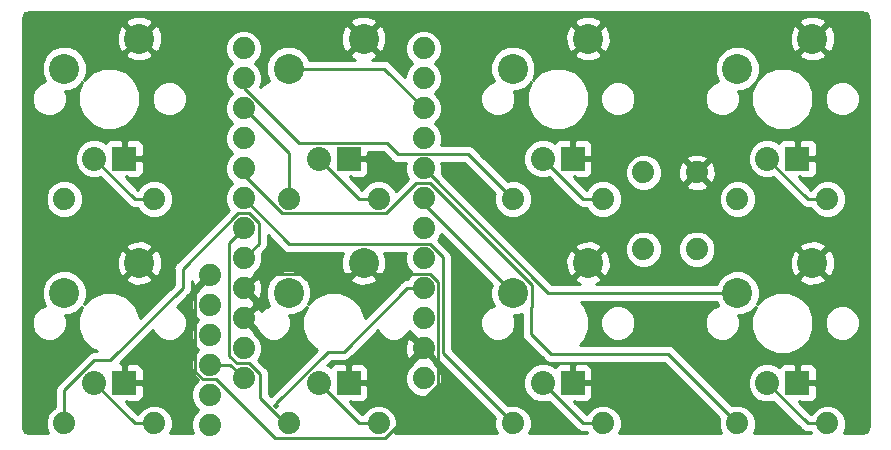
<source format=gbr>
G04 #@! TF.GenerationSoftware,KiCad,Pcbnew,5.0.2-bee76a0~70~ubuntu18.04.1*
G04 #@! TF.CreationDate,2019-03-19T15:09:44-04:00*
G04 #@! TF.ProjectId,8_key_simple_graphics (copy),385f6b65-795f-4736-996d-706c655f6772,rev?*
G04 #@! TF.SameCoordinates,Original*
G04 #@! TF.FileFunction,Copper,L2,Bot*
G04 #@! TF.FilePolarity,Positive*
%FSLAX46Y46*%
G04 Gerber Fmt 4.6, Leading zero omitted, Abs format (unit mm)*
G04 Created by KiCad (PCBNEW 5.0.2-bee76a0~70~ubuntu18.04.1) date Tue 19 Mar 2019 03:09:44 PM EDT*
%MOMM*%
%LPD*%
G01*
G04 APERTURE LIST*
G04 #@! TA.AperFunction,ComponentPad*
%ADD10C,1.879600*%
G04 #@! TD*
G04 #@! TA.AperFunction,ComponentPad*
%ADD11C,2.032000*%
G04 #@! TD*
G04 #@! TA.AperFunction,ComponentPad*
%ADD12R,2.032000X2.032000*%
G04 #@! TD*
G04 #@! TA.AperFunction,ComponentPad*
%ADD13C,2.540000*%
G04 #@! TD*
G04 #@! TA.AperFunction,ViaPad*
%ADD14C,0.508000*%
G04 #@! TD*
G04 #@! TA.AperFunction,Conductor*
%ADD15C,0.254000*%
G04 #@! TD*
G04 APERTURE END LIST*
D10*
G04 #@! TO.P,B1,24*
G04 #@! TO.N,VIN*
X154620000Y-99700000D03*
G04 #@! TO.P,B1,23*
G04 #@! TO.N,GND*
X154620000Y-97160000D03*
G04 #@! TO.P,B1,22*
G04 #@! TO.N,RESET*
X154620000Y-94620000D03*
G04 #@! TO.P,B1,21*
G04 #@! TO.N,VCC*
X154620000Y-92080000D03*
G04 #@! TO.P,B1,20*
G04 #@! TO.N,KEY1*
X154620000Y-89540000D03*
G04 #@! TO.P,B1,19*
G04 #@! TO.N,KEY2*
X154620000Y-87000000D03*
G04 #@! TO.P,B1,18*
G04 #@! TO.N,KEY3*
X154620000Y-84460000D03*
G04 #@! TO.P,B1,17*
G04 #@! TO.N,KEY4*
X154620000Y-81920000D03*
G04 #@! TO.P,B1,16*
G04 #@! TO.N,KEY5*
X154620000Y-79380000D03*
G04 #@! TO.P,B1,15*
G04 #@! TO.N,KEY6*
X154620000Y-76840000D03*
G04 #@! TO.P,B1,14*
G04 #@! TO.N,KEY7*
X154620000Y-74300000D03*
G04 #@! TO.P,B1,13*
G04 #@! TO.N,KEY8*
X154620000Y-71760000D03*
G04 #@! TO.P,B1,12*
G04 #@! TO.N,LED8*
X139380000Y-71760000D03*
G04 #@! TO.P,B1,11*
G04 #@! TO.N,LED7*
X139380000Y-74300000D03*
G04 #@! TO.P,B1,10*
G04 #@! TO.N,LED6*
X139380000Y-76840000D03*
G04 #@! TO.P,B1,9*
G04 #@! TO.N,LED5*
X139380000Y-79380000D03*
G04 #@! TO.P,B1,8*
G04 #@! TO.N,LED4*
X139380000Y-81920000D03*
G04 #@! TO.P,B1,7*
G04 #@! TO.N,LED3*
X139380000Y-84460000D03*
G04 #@! TO.P,B1,6*
G04 #@! TO.N,LED2*
X139380000Y-87000000D03*
G04 #@! TO.P,B1,5*
G04 #@! TO.N,LED1*
X139380000Y-89540000D03*
G04 #@! TO.P,B1,4*
G04 #@! TO.N,GND*
X139380000Y-92080000D03*
G04 #@! TO.P,B1,3*
X139380000Y-94620000D03*
G04 #@! TO.P,B1,2*
G04 #@! TO.N,RX*
X139380000Y-97160000D03*
G04 #@! TO.P,B1,1*
G04 #@! TO.N,TX*
X139380000Y-99700000D03*
G04 #@! TD*
G04 #@! TO.P,J1,6*
G04 #@! TO.N,GND*
X136500000Y-90920000D03*
G04 #@! TO.P,J1,5*
G04 #@! TO.N,RESET*
X136500000Y-93460000D03*
G04 #@! TO.P,J1,4*
G04 #@! TO.N,RX*
X136500000Y-96000000D03*
G04 #@! TO.P,J1,3*
G04 #@! TO.N,TX*
X136500000Y-98540000D03*
G04 #@! TO.P,J1,2*
G04 #@! TO.N,VIN*
X136500000Y-101080000D03*
G04 #@! TO.P,J1,1*
G04 #@! TO.N,VCC*
X136500000Y-103620000D03*
G04 #@! TD*
G04 #@! TO.P,R1,P$2*
G04 #@! TO.N,Net-(R1-PadP$2)*
X131810000Y-103500000D03*
G04 #@! TO.P,R1,P$1*
G04 #@! TO.N,LED1*
X124190000Y-103500000D03*
G04 #@! TD*
G04 #@! TO.P,R2,P$2*
G04 #@! TO.N,Net-(R2-PadP$2)*
X150810000Y-103500000D03*
G04 #@! TO.P,R2,P$1*
G04 #@! TO.N,LED2*
X143190000Y-103500000D03*
G04 #@! TD*
G04 #@! TO.P,R3,P$2*
G04 #@! TO.N,Net-(R3-PadP$2)*
X169810000Y-103500000D03*
G04 #@! TO.P,R3,P$1*
G04 #@! TO.N,LED3*
X162190000Y-103500000D03*
G04 #@! TD*
G04 #@! TO.P,R4,P$2*
G04 #@! TO.N,Net-(R4-PadP$2)*
X188810000Y-103500000D03*
G04 #@! TO.P,R4,P$1*
G04 #@! TO.N,LED4*
X181190000Y-103500000D03*
G04 #@! TD*
G04 #@! TO.P,R5,P$2*
G04 #@! TO.N,Net-(R5-PadP$2)*
X131810000Y-84500000D03*
G04 #@! TO.P,R5,P$1*
G04 #@! TO.N,LED5*
X124190000Y-84500000D03*
G04 #@! TD*
G04 #@! TO.P,R6,P$2*
G04 #@! TO.N,Net-(R6-PadP$2)*
X150810000Y-84500000D03*
G04 #@! TO.P,R6,P$1*
G04 #@! TO.N,LED6*
X143190000Y-84500000D03*
G04 #@! TD*
G04 #@! TO.P,R7,P$2*
G04 #@! TO.N,Net-(R7-PadP$2)*
X169810000Y-84500000D03*
G04 #@! TO.P,R7,P$1*
G04 #@! TO.N,LED7*
X162190000Y-84500000D03*
G04 #@! TD*
G04 #@! TO.P,R8,P$2*
G04 #@! TO.N,Net-(R8-PadP$2)*
X188810000Y-84500000D03*
G04 #@! TO.P,R8,P$1*
G04 #@! TO.N,LED8*
X181190000Y-84500000D03*
G04 #@! TD*
G04 #@! TO.P,S1,4*
G04 #@! TO.N,N/C*
X177760600Y-88751200D03*
G04 #@! TO.P,S1,3*
G04 #@! TO.N,GND*
X177760600Y-82248800D03*
G04 #@! TO.P,S1,2*
G04 #@! TO.N,N/C*
X173239400Y-88751200D03*
G04 #@! TO.P,S1,1*
G04 #@! TO.N,RESET*
X173239400Y-82248800D03*
G04 #@! TD*
D11*
G04 #@! TO.P,SW1,A*
G04 #@! TO.N,Net-(R1-PadP$2)*
X126730000Y-100080000D03*
D12*
G04 #@! TO.P,SW1,K*
G04 #@! TO.N,GND*
X129270000Y-100080000D03*
D13*
G04 #@! TO.P,SW1,S2*
X130540000Y-89920000D03*
G04 #@! TO.P,SW1,S1*
G04 #@! TO.N,KEY1*
X124190000Y-92460000D03*
G04 #@! TD*
D11*
G04 #@! TO.P,SW2,A*
G04 #@! TO.N,Net-(R2-PadP$2)*
X145730000Y-100080000D03*
D12*
G04 #@! TO.P,SW2,K*
G04 #@! TO.N,GND*
X148270000Y-100080000D03*
D13*
G04 #@! TO.P,SW2,S2*
X149540000Y-89920000D03*
G04 #@! TO.P,SW2,S1*
G04 #@! TO.N,KEY2*
X143190000Y-92460000D03*
G04 #@! TD*
D11*
G04 #@! TO.P,SW3,A*
G04 #@! TO.N,Net-(R3-PadP$2)*
X164730000Y-100080000D03*
D12*
G04 #@! TO.P,SW3,K*
G04 #@! TO.N,GND*
X167270000Y-100080000D03*
D13*
G04 #@! TO.P,SW3,S2*
X168540000Y-89920000D03*
G04 #@! TO.P,SW3,S1*
G04 #@! TO.N,KEY3*
X162190000Y-92460000D03*
G04 #@! TD*
D11*
G04 #@! TO.P,SW4,A*
G04 #@! TO.N,Net-(R4-PadP$2)*
X183730000Y-100080000D03*
D12*
G04 #@! TO.P,SW4,K*
G04 #@! TO.N,GND*
X186270000Y-100080000D03*
D13*
G04 #@! TO.P,SW4,S2*
X187540000Y-89920000D03*
G04 #@! TO.P,SW4,S1*
G04 #@! TO.N,KEY4*
X181190000Y-92460000D03*
G04 #@! TD*
D11*
G04 #@! TO.P,SW5,A*
G04 #@! TO.N,Net-(R5-PadP$2)*
X126730000Y-81080000D03*
D12*
G04 #@! TO.P,SW5,K*
G04 #@! TO.N,GND*
X129270000Y-81080000D03*
D13*
G04 #@! TO.P,SW5,S2*
X130540000Y-70920000D03*
G04 #@! TO.P,SW5,S1*
G04 #@! TO.N,KEY5*
X124190000Y-73460000D03*
G04 #@! TD*
D11*
G04 #@! TO.P,SW6,A*
G04 #@! TO.N,Net-(R6-PadP$2)*
X145730000Y-81080000D03*
D12*
G04 #@! TO.P,SW6,K*
G04 #@! TO.N,GND*
X148270000Y-81080000D03*
D13*
G04 #@! TO.P,SW6,S2*
X149540000Y-70920000D03*
G04 #@! TO.P,SW6,S1*
G04 #@! TO.N,KEY6*
X143190000Y-73460000D03*
G04 #@! TD*
D11*
G04 #@! TO.P,SW7,A*
G04 #@! TO.N,Net-(R7-PadP$2)*
X164730000Y-81080000D03*
D12*
G04 #@! TO.P,SW7,K*
G04 #@! TO.N,GND*
X167270000Y-81080000D03*
D13*
G04 #@! TO.P,SW7,S2*
X168540000Y-70920000D03*
G04 #@! TO.P,SW7,S1*
G04 #@! TO.N,KEY7*
X162190000Y-73460000D03*
G04 #@! TD*
D11*
G04 #@! TO.P,SW8,A*
G04 #@! TO.N,Net-(R8-PadP$2)*
X183730000Y-81080000D03*
D12*
G04 #@! TO.P,SW8,K*
G04 #@! TO.N,GND*
X186270000Y-81080000D03*
D13*
G04 #@! TO.P,SW8,S2*
X187540000Y-70920000D03*
G04 #@! TO.P,SW8,S1*
G04 #@! TO.N,KEY8*
X181190000Y-73460000D03*
G04 #@! TD*
D14*
G04 #@! TO.N,VCC*
X142167800Y-101997300D03*
G04 #@! TD*
D15*
G04 #@! TO.N,TX*
X138220000Y-98540000D02*
X139380000Y-99700000D01*
X136500000Y-98540000D02*
X138220000Y-98540000D01*
G04 #@! TO.N,GND*
X136500000Y-90920000D02*
X135280799Y-92139201D01*
X135914783Y-99759201D02*
X137085217Y-99759201D01*
X137085217Y-99759201D02*
X142045217Y-104719201D01*
X135280799Y-92139201D02*
X135280799Y-99125217D01*
X135280799Y-99125217D02*
X135914783Y-99759201D01*
X142045217Y-104719201D02*
X151395217Y-104719201D01*
X151395217Y-104719201D02*
X155839201Y-100275217D01*
X140319799Y-91140201D02*
X139380000Y-92080000D01*
X155839201Y-100275217D02*
X155839201Y-91494783D01*
X155839201Y-91494783D02*
X155205217Y-90860799D01*
X155205217Y-90860799D02*
X140599201Y-90860799D01*
X140599201Y-90860799D02*
X140319799Y-91140201D01*
G04 #@! TO.N,LED1*
X140648000Y-88272000D02*
X139380000Y-89540000D01*
X140648000Y-86516300D02*
X140648000Y-88272000D01*
X139861700Y-85730000D02*
X140648000Y-86516300D01*
X138886400Y-85730000D02*
X139861700Y-85730000D01*
X134226600Y-90389800D02*
X138886400Y-85730000D01*
X134226600Y-92058000D02*
X134226600Y-90389800D01*
X128111800Y-98172800D02*
X134226600Y-92058000D01*
X126733000Y-98172800D02*
X128111800Y-98172800D01*
X124190000Y-100715800D02*
X126733000Y-98172800D01*
X124190000Y-103500000D02*
X124190000Y-100715800D01*
G04 #@! TO.N,LED2*
X138152800Y-88227200D02*
X139380000Y-87000000D01*
X138152800Y-97777500D02*
X138152800Y-88227200D01*
X138805300Y-98430000D02*
X138152800Y-97777500D01*
X139862300Y-98430000D02*
X138805300Y-98430000D01*
X140746100Y-99313800D02*
X139862300Y-98430000D01*
X140746100Y-101352300D02*
X140746100Y-99313800D01*
X142893800Y-103500000D02*
X140746100Y-101352300D01*
X143190000Y-103500000D02*
X142893800Y-103500000D01*
G04 #@! TO.N,LED3*
X143240500Y-88320500D02*
X139380000Y-84460000D01*
X155125200Y-88320500D02*
X143240500Y-88320500D01*
X156246200Y-89441500D02*
X155125200Y-88320500D01*
X156246200Y-97556200D02*
X156246200Y-89441500D01*
X162190000Y-103500000D02*
X156246200Y-97556200D01*
G04 #@! TO.N,LED4*
X139380000Y-82462200D02*
X139380000Y-81920000D01*
X142637400Y-85719600D02*
X139380000Y-82462200D01*
X151466300Y-85719600D02*
X142637400Y-85719600D01*
X153995900Y-83190000D02*
X151466300Y-85719600D01*
X155183200Y-83190000D02*
X153995900Y-83190000D01*
X163763900Y-91770700D02*
X155183200Y-83190000D01*
X163763900Y-93610500D02*
X163763900Y-91770700D01*
X163704900Y-93669500D02*
X163763900Y-93610500D01*
X163704900Y-95926200D02*
X163704900Y-93669500D01*
X165375200Y-97596500D02*
X163704900Y-95926200D01*
X175286500Y-97596500D02*
X165375200Y-97596500D01*
X181190000Y-103500000D02*
X175286500Y-97596500D01*
G04 #@! TO.N,LED6*
X143190000Y-80650000D02*
X139380000Y-76840000D01*
X143190000Y-84500000D02*
X143190000Y-80650000D01*
G04 #@! TO.N,LED7*
X139380000Y-75115200D02*
X139380000Y-74300000D01*
X144035500Y-79770700D02*
X139380000Y-75115200D01*
X151493000Y-79770700D02*
X144035500Y-79770700D01*
X152422700Y-80700400D02*
X151493000Y-79770700D01*
X158390400Y-80700400D02*
X152422700Y-80700400D01*
X162190000Y-84500000D02*
X158390400Y-80700400D01*
G04 #@! TO.N,KEY6*
X151240000Y-73460000D02*
X154620000Y-76840000D01*
X143190000Y-73460000D02*
X151240000Y-73460000D01*
G04 #@! TO.N,KEY4*
X165160000Y-92460000D02*
X154620000Y-81920000D01*
X181190000Y-92460000D02*
X165160000Y-92460000D01*
G04 #@! TO.N,KEY3*
X154620000Y-84890000D02*
X154620000Y-84460000D01*
X162190000Y-92460000D02*
X154620000Y-84890000D01*
G04 #@! TO.N,VCC*
X153212200Y-92080000D02*
X154620000Y-92080000D01*
X147869600Y-97422600D02*
X153212200Y-92080000D01*
X146534700Y-97422600D02*
X147869600Y-97422600D01*
X142167800Y-101789500D02*
X146534700Y-97422600D01*
X142167800Y-101997300D02*
X142167800Y-101789500D01*
G04 #@! TO.N,Net-(R1-PadP$2)*
X130150000Y-103500000D02*
X131810000Y-103500000D01*
X126730000Y-100080000D02*
X130150000Y-103500000D01*
G04 #@! TO.N,Net-(R2-PadP$2)*
X149150000Y-103500000D02*
X150810000Y-103500000D01*
X145730000Y-100080000D02*
X149150000Y-103500000D01*
G04 #@! TO.N,Net-(R3-PadP$2)*
X168150000Y-103500000D02*
X169810000Y-103500000D01*
X164730000Y-100080000D02*
X168150000Y-103500000D01*
G04 #@! TO.N,Net-(R4-PadP$2)*
X187150000Y-103500000D02*
X188810000Y-103500000D01*
X183730000Y-100080000D02*
X187150000Y-103500000D01*
G04 #@! TO.N,Net-(R5-PadP$2)*
X130150000Y-84500000D02*
X131810000Y-84500000D01*
X126730000Y-81080000D02*
X130150000Y-84500000D01*
G04 #@! TO.N,Net-(R6-PadP$2)*
X149150000Y-84500000D02*
X150810000Y-84500000D01*
X145730000Y-81080000D02*
X149150000Y-84500000D01*
G04 #@! TO.N,Net-(R7-PadP$2)*
X168150000Y-84500000D02*
X169810000Y-84500000D01*
X164730000Y-81080000D02*
X168150000Y-84500000D01*
G04 #@! TO.N,Net-(R8-PadP$2)*
X187150000Y-84500000D02*
X188810000Y-84500000D01*
X183730000Y-81080000D02*
X187150000Y-84500000D01*
G04 #@! TD*
G04 #@! TO.N,GND*
G36*
X191856609Y-68720877D02*
X192095901Y-68768475D01*
X192177201Y-68822798D01*
X192231525Y-68904101D01*
X192279123Y-69143391D01*
X192315001Y-69230008D01*
X192315000Y-103769994D01*
X192279123Y-103856609D01*
X192231525Y-104095899D01*
X192177201Y-104177202D01*
X192095901Y-104231525D01*
X191856609Y-104279123D01*
X191769994Y-104315000D01*
X190176967Y-104315000D01*
X190384800Y-103813247D01*
X190384800Y-103186753D01*
X190145051Y-102607948D01*
X189702052Y-102164949D01*
X189123247Y-101925200D01*
X188496753Y-101925200D01*
X187917948Y-102164949D01*
X187474949Y-102607948D01*
X187434128Y-102706498D01*
X186397002Y-101669371D01*
X186397002Y-101572252D01*
X186555750Y-101731000D01*
X187412309Y-101731000D01*
X187645698Y-101634327D01*
X187824327Y-101455699D01*
X187921000Y-101222310D01*
X187921000Y-100365750D01*
X187762250Y-100207000D01*
X186397000Y-100207000D01*
X186397000Y-100227000D01*
X186143000Y-100227000D01*
X186143000Y-100207000D01*
X186123000Y-100207000D01*
X186123000Y-99953000D01*
X186143000Y-99953000D01*
X186143000Y-98587750D01*
X186397000Y-98587750D01*
X186397000Y-99953000D01*
X187762250Y-99953000D01*
X187921000Y-99794250D01*
X187921000Y-98937690D01*
X187824327Y-98704301D01*
X187645698Y-98525673D01*
X187412309Y-98429000D01*
X186555750Y-98429000D01*
X186397000Y-98587750D01*
X186143000Y-98587750D01*
X185984250Y-98429000D01*
X185127691Y-98429000D01*
X184894302Y-98525673D01*
X184715673Y-98704301D01*
X184707910Y-98723044D01*
X184665216Y-98680350D01*
X184058404Y-98429000D01*
X183401596Y-98429000D01*
X182794784Y-98680350D01*
X182330350Y-99144784D01*
X182079000Y-99751596D01*
X182079000Y-100408404D01*
X182330350Y-101015216D01*
X182794784Y-101479650D01*
X183401596Y-101731000D01*
X184058404Y-101731000D01*
X184231621Y-101659251D01*
X186558118Y-103985749D01*
X186600629Y-104049371D01*
X186664250Y-104091881D01*
X186664251Y-104091882D01*
X186852681Y-104217787D01*
X186852682Y-104217787D01*
X186852683Y-104217788D01*
X187074952Y-104262000D01*
X187074956Y-104262000D01*
X187149999Y-104276927D01*
X187225042Y-104262000D01*
X187421080Y-104262000D01*
X187443033Y-104315000D01*
X182556967Y-104315000D01*
X182764800Y-103813247D01*
X182764800Y-103186753D01*
X182525051Y-102607948D01*
X182082052Y-102164949D01*
X181503247Y-101925200D01*
X180876753Y-101925200D01*
X180746700Y-101979070D01*
X175878383Y-97110753D01*
X175835871Y-97047129D01*
X175583817Y-96878712D01*
X175361548Y-96834500D01*
X175361543Y-96834500D01*
X175286500Y-96819573D01*
X175211457Y-96834500D01*
X167883326Y-96834500D01*
X168228674Y-96489152D01*
X168628900Y-95522921D01*
X168628900Y-94704436D01*
X169594100Y-94704436D01*
X169594100Y-95295564D01*
X169820314Y-95841695D01*
X170238305Y-96259686D01*
X170784436Y-96485900D01*
X171375564Y-96485900D01*
X171921695Y-96259686D01*
X172339686Y-95841695D01*
X172565900Y-95295564D01*
X172565900Y-94704436D01*
X172339686Y-94158305D01*
X171921695Y-93740314D01*
X171375564Y-93514100D01*
X170784436Y-93514100D01*
X170238305Y-93740314D01*
X169820314Y-94158305D01*
X169594100Y-94704436D01*
X168628900Y-94704436D01*
X168628900Y-94477079D01*
X168228674Y-93510848D01*
X167939826Y-93222000D01*
X179443674Y-93222000D01*
X179573419Y-93535232D01*
X179078305Y-93740314D01*
X178660314Y-94158305D01*
X178434100Y-94704436D01*
X178434100Y-95295564D01*
X178660314Y-95841695D01*
X179078305Y-96259686D01*
X179624436Y-96485900D01*
X180215564Y-96485900D01*
X180761695Y-96259686D01*
X181179686Y-95841695D01*
X181405900Y-95295564D01*
X181405900Y-94704436D01*
X181265302Y-94365000D01*
X181568928Y-94365000D01*
X182269096Y-94074981D01*
X182727554Y-93616523D01*
X182371100Y-94477079D01*
X182371100Y-95522921D01*
X182771326Y-96489152D01*
X183510848Y-97228674D01*
X184477079Y-97628900D01*
X185522921Y-97628900D01*
X186489152Y-97228674D01*
X187228674Y-96489152D01*
X187628900Y-95522921D01*
X187628900Y-94704436D01*
X188594100Y-94704436D01*
X188594100Y-95295564D01*
X188820314Y-95841695D01*
X189238305Y-96259686D01*
X189784436Y-96485900D01*
X190375564Y-96485900D01*
X190921695Y-96259686D01*
X191339686Y-95841695D01*
X191565900Y-95295564D01*
X191565900Y-94704436D01*
X191339686Y-94158305D01*
X190921695Y-93740314D01*
X190375564Y-93514100D01*
X189784436Y-93514100D01*
X189238305Y-93740314D01*
X188820314Y-94158305D01*
X188594100Y-94704436D01*
X187628900Y-94704436D01*
X187628900Y-94477079D01*
X187228674Y-93510848D01*
X186489152Y-92771326D01*
X185522921Y-92371100D01*
X184477079Y-92371100D01*
X183510848Y-92771326D01*
X182848753Y-93433421D01*
X183095000Y-92838928D01*
X183095000Y-92081072D01*
X182804981Y-91380904D01*
X182691854Y-91267777D01*
X186371828Y-91267777D01*
X186503520Y-91562657D01*
X187211036Y-91834261D01*
X187968632Y-91814436D01*
X188576480Y-91562657D01*
X188708172Y-91267777D01*
X187540000Y-90099605D01*
X186371828Y-91267777D01*
X182691854Y-91267777D01*
X182269096Y-90845019D01*
X181568928Y-90555000D01*
X180811072Y-90555000D01*
X180110904Y-90845019D01*
X179575019Y-91380904D01*
X179443674Y-91698000D01*
X169249733Y-91698000D01*
X169576480Y-91562657D01*
X169708172Y-91267777D01*
X168540000Y-90099605D01*
X167371828Y-91267777D01*
X167503520Y-91562657D01*
X167856082Y-91698000D01*
X165475631Y-91698000D01*
X163368667Y-89591036D01*
X166625739Y-89591036D01*
X166645564Y-90348632D01*
X166897343Y-90956480D01*
X167192223Y-91088172D01*
X168360395Y-89920000D01*
X168719605Y-89920000D01*
X169887777Y-91088172D01*
X170182657Y-90956480D01*
X170454261Y-90248964D01*
X170434436Y-89491368D01*
X170182657Y-88883520D01*
X169887777Y-88751828D01*
X168719605Y-89920000D01*
X168360395Y-89920000D01*
X167192223Y-88751828D01*
X166897343Y-88883520D01*
X166625739Y-89591036D01*
X163368667Y-89591036D01*
X162349854Y-88572223D01*
X167371828Y-88572223D01*
X168540000Y-89740395D01*
X169708172Y-88572223D01*
X169648208Y-88437953D01*
X171664600Y-88437953D01*
X171664600Y-89064447D01*
X171904349Y-89643252D01*
X172347348Y-90086251D01*
X172926153Y-90326000D01*
X173552647Y-90326000D01*
X174131452Y-90086251D01*
X174574451Y-89643252D01*
X174814200Y-89064447D01*
X174814200Y-88437953D01*
X176185800Y-88437953D01*
X176185800Y-89064447D01*
X176425549Y-89643252D01*
X176868548Y-90086251D01*
X177447353Y-90326000D01*
X178073847Y-90326000D01*
X178652652Y-90086251D01*
X179095651Y-89643252D01*
X179117279Y-89591036D01*
X185625739Y-89591036D01*
X185645564Y-90348632D01*
X185897343Y-90956480D01*
X186192223Y-91088172D01*
X187360395Y-89920000D01*
X187719605Y-89920000D01*
X188887777Y-91088172D01*
X189182657Y-90956480D01*
X189454261Y-90248964D01*
X189434436Y-89491368D01*
X189182657Y-88883520D01*
X188887777Y-88751828D01*
X187719605Y-89920000D01*
X187360395Y-89920000D01*
X186192223Y-88751828D01*
X185897343Y-88883520D01*
X185625739Y-89591036D01*
X179117279Y-89591036D01*
X179335400Y-89064447D01*
X179335400Y-88572223D01*
X186371828Y-88572223D01*
X187540000Y-89740395D01*
X188708172Y-88572223D01*
X188576480Y-88277343D01*
X187868964Y-88005739D01*
X187111368Y-88025564D01*
X186503520Y-88277343D01*
X186371828Y-88572223D01*
X179335400Y-88572223D01*
X179335400Y-88437953D01*
X179095651Y-87859148D01*
X178652652Y-87416149D01*
X178073847Y-87176400D01*
X177447353Y-87176400D01*
X176868548Y-87416149D01*
X176425549Y-87859148D01*
X176185800Y-88437953D01*
X174814200Y-88437953D01*
X174574451Y-87859148D01*
X174131452Y-87416149D01*
X173552647Y-87176400D01*
X172926153Y-87176400D01*
X172347348Y-87416149D01*
X171904349Y-87859148D01*
X171664600Y-88437953D01*
X169648208Y-88437953D01*
X169576480Y-88277343D01*
X168868964Y-88005739D01*
X168111368Y-88025564D01*
X167503520Y-88277343D01*
X167371828Y-88572223D01*
X162349854Y-88572223D01*
X156140930Y-82363300D01*
X156194800Y-82233247D01*
X156194800Y-81606753D01*
X156135007Y-81462400D01*
X158074770Y-81462400D01*
X160669070Y-84056700D01*
X160615200Y-84186753D01*
X160615200Y-84813247D01*
X160854949Y-85392052D01*
X161297948Y-85835051D01*
X161876753Y-86074800D01*
X162503247Y-86074800D01*
X163082052Y-85835051D01*
X163525051Y-85392052D01*
X163764800Y-84813247D01*
X163764800Y-84186753D01*
X163525051Y-83607948D01*
X163082052Y-83164949D01*
X162503247Y-82925200D01*
X161876753Y-82925200D01*
X161746700Y-82979070D01*
X159519226Y-80751596D01*
X163079000Y-80751596D01*
X163079000Y-81408404D01*
X163330350Y-82015216D01*
X163794784Y-82479650D01*
X164401596Y-82731000D01*
X165058404Y-82731000D01*
X165231621Y-82659251D01*
X167558118Y-84985749D01*
X167600629Y-85049371D01*
X167664251Y-85091882D01*
X167852681Y-85217787D01*
X167852682Y-85217787D01*
X167852683Y-85217788D01*
X168074952Y-85262000D01*
X168074956Y-85262000D01*
X168149999Y-85276927D01*
X168225042Y-85262000D01*
X168421080Y-85262000D01*
X168474949Y-85392052D01*
X168917948Y-85835051D01*
X169496753Y-86074800D01*
X170123247Y-86074800D01*
X170702052Y-85835051D01*
X171145051Y-85392052D01*
X171384800Y-84813247D01*
X171384800Y-84186753D01*
X179615200Y-84186753D01*
X179615200Y-84813247D01*
X179854949Y-85392052D01*
X180297948Y-85835051D01*
X180876753Y-86074800D01*
X181503247Y-86074800D01*
X182082052Y-85835051D01*
X182525051Y-85392052D01*
X182764800Y-84813247D01*
X182764800Y-84186753D01*
X182525051Y-83607948D01*
X182082052Y-83164949D01*
X181503247Y-82925200D01*
X180876753Y-82925200D01*
X180297948Y-83164949D01*
X179854949Y-83607948D01*
X179615200Y-84186753D01*
X171384800Y-84186753D01*
X171145051Y-83607948D01*
X170702052Y-83164949D01*
X170123247Y-82925200D01*
X169496753Y-82925200D01*
X168917948Y-83164949D01*
X168474949Y-83607948D01*
X168434128Y-83706498D01*
X167397002Y-82669371D01*
X167397002Y-82572252D01*
X167555750Y-82731000D01*
X168412309Y-82731000D01*
X168645698Y-82634327D01*
X168824327Y-82455699D01*
X168921000Y-82222310D01*
X168921000Y-81935553D01*
X171664600Y-81935553D01*
X171664600Y-82562047D01*
X171904349Y-83140852D01*
X172347348Y-83583851D01*
X172926153Y-83823600D01*
X173552647Y-83823600D01*
X174131452Y-83583851D01*
X174357535Y-83357768D01*
X176831237Y-83357768D01*
X176922523Y-83618380D01*
X177510433Y-83834845D01*
X178136428Y-83809849D01*
X178598677Y-83618380D01*
X178689963Y-83357768D01*
X177760600Y-82428405D01*
X176831237Y-83357768D01*
X174357535Y-83357768D01*
X174574451Y-83140852D01*
X174814200Y-82562047D01*
X174814200Y-81998633D01*
X176174555Y-81998633D01*
X176199551Y-82624628D01*
X176391020Y-83086877D01*
X176651632Y-83178163D01*
X177580995Y-82248800D01*
X177940205Y-82248800D01*
X178869568Y-83178163D01*
X179130180Y-83086877D01*
X179346645Y-82498967D01*
X179321649Y-81872972D01*
X179130180Y-81410723D01*
X178869568Y-81319437D01*
X177940205Y-82248800D01*
X177580995Y-82248800D01*
X176651632Y-81319437D01*
X176391020Y-81410723D01*
X176174555Y-81998633D01*
X174814200Y-81998633D01*
X174814200Y-81935553D01*
X174574451Y-81356748D01*
X174357535Y-81139832D01*
X176831237Y-81139832D01*
X177760600Y-82069195D01*
X178689963Y-81139832D01*
X178598677Y-80879220D01*
X178252056Y-80751596D01*
X182079000Y-80751596D01*
X182079000Y-81408404D01*
X182330350Y-82015216D01*
X182794784Y-82479650D01*
X183401596Y-82731000D01*
X184058404Y-82731000D01*
X184231621Y-82659251D01*
X186558118Y-84985749D01*
X186600629Y-85049371D01*
X186664251Y-85091882D01*
X186852681Y-85217787D01*
X186852682Y-85217787D01*
X186852683Y-85217788D01*
X187074952Y-85262000D01*
X187074956Y-85262000D01*
X187149999Y-85276927D01*
X187225042Y-85262000D01*
X187421080Y-85262000D01*
X187474949Y-85392052D01*
X187917948Y-85835051D01*
X188496753Y-86074800D01*
X189123247Y-86074800D01*
X189702052Y-85835051D01*
X190145051Y-85392052D01*
X190384800Y-84813247D01*
X190384800Y-84186753D01*
X190145051Y-83607948D01*
X189702052Y-83164949D01*
X189123247Y-82925200D01*
X188496753Y-82925200D01*
X187917948Y-83164949D01*
X187474949Y-83607948D01*
X187434128Y-83706498D01*
X186397002Y-82669371D01*
X186397002Y-82572252D01*
X186555750Y-82731000D01*
X187412309Y-82731000D01*
X187645698Y-82634327D01*
X187824327Y-82455699D01*
X187921000Y-82222310D01*
X187921000Y-81365750D01*
X187762250Y-81207000D01*
X186397000Y-81207000D01*
X186397000Y-81227000D01*
X186143000Y-81227000D01*
X186143000Y-81207000D01*
X186123000Y-81207000D01*
X186123000Y-80953000D01*
X186143000Y-80953000D01*
X186143000Y-79587750D01*
X186397000Y-79587750D01*
X186397000Y-80953000D01*
X187762250Y-80953000D01*
X187921000Y-80794250D01*
X187921000Y-79937690D01*
X187824327Y-79704301D01*
X187645698Y-79525673D01*
X187412309Y-79429000D01*
X186555750Y-79429000D01*
X186397000Y-79587750D01*
X186143000Y-79587750D01*
X185984250Y-79429000D01*
X185127691Y-79429000D01*
X184894302Y-79525673D01*
X184715673Y-79704301D01*
X184707910Y-79723044D01*
X184665216Y-79680350D01*
X184058404Y-79429000D01*
X183401596Y-79429000D01*
X182794784Y-79680350D01*
X182330350Y-80144784D01*
X182079000Y-80751596D01*
X178252056Y-80751596D01*
X178010767Y-80662755D01*
X177384772Y-80687751D01*
X176922523Y-80879220D01*
X176831237Y-81139832D01*
X174357535Y-81139832D01*
X174131452Y-80913749D01*
X173552647Y-80674000D01*
X172926153Y-80674000D01*
X172347348Y-80913749D01*
X171904349Y-81356748D01*
X171664600Y-81935553D01*
X168921000Y-81935553D01*
X168921000Y-81365750D01*
X168762250Y-81207000D01*
X167397000Y-81207000D01*
X167397000Y-81227000D01*
X167143000Y-81227000D01*
X167143000Y-81207000D01*
X167123000Y-81207000D01*
X167123000Y-80953000D01*
X167143000Y-80953000D01*
X167143000Y-79587750D01*
X167397000Y-79587750D01*
X167397000Y-80953000D01*
X168762250Y-80953000D01*
X168921000Y-80794250D01*
X168921000Y-79937690D01*
X168824327Y-79704301D01*
X168645698Y-79525673D01*
X168412309Y-79429000D01*
X167555750Y-79429000D01*
X167397000Y-79587750D01*
X167143000Y-79587750D01*
X166984250Y-79429000D01*
X166127691Y-79429000D01*
X165894302Y-79525673D01*
X165715673Y-79704301D01*
X165707910Y-79723044D01*
X165665216Y-79680350D01*
X165058404Y-79429000D01*
X164401596Y-79429000D01*
X163794784Y-79680350D01*
X163330350Y-80144784D01*
X163079000Y-80751596D01*
X159519226Y-80751596D01*
X158982283Y-80214653D01*
X158939771Y-80151029D01*
X158687717Y-79982612D01*
X158465448Y-79938400D01*
X158465443Y-79938400D01*
X158390400Y-79923473D01*
X158315357Y-79938400D01*
X156093254Y-79938400D01*
X156194800Y-79693247D01*
X156194800Y-79066753D01*
X155955051Y-78487948D01*
X155577103Y-78110000D01*
X155955051Y-77732052D01*
X156194800Y-77153247D01*
X156194800Y-76526753D01*
X155955051Y-75947948D01*
X155711539Y-75704436D01*
X159434100Y-75704436D01*
X159434100Y-76295564D01*
X159660314Y-76841695D01*
X160078305Y-77259686D01*
X160624436Y-77485900D01*
X161215564Y-77485900D01*
X161761695Y-77259686D01*
X162179686Y-76841695D01*
X162405900Y-76295564D01*
X162405900Y-75704436D01*
X162265302Y-75365000D01*
X162568928Y-75365000D01*
X163269096Y-75074981D01*
X163727554Y-74616523D01*
X163371100Y-75477079D01*
X163371100Y-76522921D01*
X163771326Y-77489152D01*
X164510848Y-78228674D01*
X165477079Y-78628900D01*
X166522921Y-78628900D01*
X167489152Y-78228674D01*
X168228674Y-77489152D01*
X168628900Y-76522921D01*
X168628900Y-75704436D01*
X169594100Y-75704436D01*
X169594100Y-76295564D01*
X169820314Y-76841695D01*
X170238305Y-77259686D01*
X170784436Y-77485900D01*
X171375564Y-77485900D01*
X171921695Y-77259686D01*
X172339686Y-76841695D01*
X172565900Y-76295564D01*
X172565900Y-75704436D01*
X178434100Y-75704436D01*
X178434100Y-76295564D01*
X178660314Y-76841695D01*
X179078305Y-77259686D01*
X179624436Y-77485900D01*
X180215564Y-77485900D01*
X180761695Y-77259686D01*
X181179686Y-76841695D01*
X181405900Y-76295564D01*
X181405900Y-75704436D01*
X181265302Y-75365000D01*
X181568928Y-75365000D01*
X182269096Y-75074981D01*
X182727554Y-74616523D01*
X182371100Y-75477079D01*
X182371100Y-76522921D01*
X182771326Y-77489152D01*
X183510848Y-78228674D01*
X184477079Y-78628900D01*
X185522921Y-78628900D01*
X186489152Y-78228674D01*
X187228674Y-77489152D01*
X187628900Y-76522921D01*
X187628900Y-75704436D01*
X188594100Y-75704436D01*
X188594100Y-76295564D01*
X188820314Y-76841695D01*
X189238305Y-77259686D01*
X189784436Y-77485900D01*
X190375564Y-77485900D01*
X190921695Y-77259686D01*
X191339686Y-76841695D01*
X191565900Y-76295564D01*
X191565900Y-75704436D01*
X191339686Y-75158305D01*
X190921695Y-74740314D01*
X190375564Y-74514100D01*
X189784436Y-74514100D01*
X189238305Y-74740314D01*
X188820314Y-75158305D01*
X188594100Y-75704436D01*
X187628900Y-75704436D01*
X187628900Y-75477079D01*
X187228674Y-74510848D01*
X186489152Y-73771326D01*
X185522921Y-73371100D01*
X184477079Y-73371100D01*
X183510848Y-73771326D01*
X182848753Y-74433421D01*
X183095000Y-73838928D01*
X183095000Y-73081072D01*
X182804981Y-72380904D01*
X182691854Y-72267777D01*
X186371828Y-72267777D01*
X186503520Y-72562657D01*
X187211036Y-72834261D01*
X187968632Y-72814436D01*
X188576480Y-72562657D01*
X188708172Y-72267777D01*
X187540000Y-71099605D01*
X186371828Y-72267777D01*
X182691854Y-72267777D01*
X182269096Y-71845019D01*
X181568928Y-71555000D01*
X180811072Y-71555000D01*
X180110904Y-71845019D01*
X179575019Y-72380904D01*
X179285000Y-73081072D01*
X179285000Y-73838928D01*
X179573419Y-74535232D01*
X179078305Y-74740314D01*
X178660314Y-75158305D01*
X178434100Y-75704436D01*
X172565900Y-75704436D01*
X172339686Y-75158305D01*
X171921695Y-74740314D01*
X171375564Y-74514100D01*
X170784436Y-74514100D01*
X170238305Y-74740314D01*
X169820314Y-75158305D01*
X169594100Y-75704436D01*
X168628900Y-75704436D01*
X168628900Y-75477079D01*
X168228674Y-74510848D01*
X167489152Y-73771326D01*
X166522921Y-73371100D01*
X165477079Y-73371100D01*
X164510848Y-73771326D01*
X163848753Y-74433421D01*
X164095000Y-73838928D01*
X164095000Y-73081072D01*
X163804981Y-72380904D01*
X163691854Y-72267777D01*
X167371828Y-72267777D01*
X167503520Y-72562657D01*
X168211036Y-72834261D01*
X168968632Y-72814436D01*
X169576480Y-72562657D01*
X169708172Y-72267777D01*
X168540000Y-71099605D01*
X167371828Y-72267777D01*
X163691854Y-72267777D01*
X163269096Y-71845019D01*
X162568928Y-71555000D01*
X161811072Y-71555000D01*
X161110904Y-71845019D01*
X160575019Y-72380904D01*
X160285000Y-73081072D01*
X160285000Y-73838928D01*
X160573419Y-74535232D01*
X160078305Y-74740314D01*
X159660314Y-75158305D01*
X159434100Y-75704436D01*
X155711539Y-75704436D01*
X155577103Y-75570000D01*
X155955051Y-75192052D01*
X156194800Y-74613247D01*
X156194800Y-73986753D01*
X155955051Y-73407948D01*
X155577103Y-73030000D01*
X155955051Y-72652052D01*
X156194800Y-72073247D01*
X156194800Y-71446753D01*
X155955051Y-70867948D01*
X155678139Y-70591036D01*
X166625739Y-70591036D01*
X166645564Y-71348632D01*
X166897343Y-71956480D01*
X167192223Y-72088172D01*
X168360395Y-70920000D01*
X168719605Y-70920000D01*
X169887777Y-72088172D01*
X170182657Y-71956480D01*
X170454261Y-71248964D01*
X170437045Y-70591036D01*
X185625739Y-70591036D01*
X185645564Y-71348632D01*
X185897343Y-71956480D01*
X186192223Y-72088172D01*
X187360395Y-70920000D01*
X187719605Y-70920000D01*
X188887777Y-72088172D01*
X189182657Y-71956480D01*
X189454261Y-71248964D01*
X189434436Y-70491368D01*
X189182657Y-69883520D01*
X188887777Y-69751828D01*
X187719605Y-70920000D01*
X187360395Y-70920000D01*
X186192223Y-69751828D01*
X185897343Y-69883520D01*
X185625739Y-70591036D01*
X170437045Y-70591036D01*
X170434436Y-70491368D01*
X170182657Y-69883520D01*
X169887777Y-69751828D01*
X168719605Y-70920000D01*
X168360395Y-70920000D01*
X167192223Y-69751828D01*
X166897343Y-69883520D01*
X166625739Y-70591036D01*
X155678139Y-70591036D01*
X155512052Y-70424949D01*
X154933247Y-70185200D01*
X154306753Y-70185200D01*
X153727948Y-70424949D01*
X153284949Y-70867948D01*
X153045200Y-71446753D01*
X153045200Y-72073247D01*
X153284949Y-72652052D01*
X153662897Y-73030000D01*
X153284949Y-73407948D01*
X153045200Y-73986753D01*
X153045200Y-74187570D01*
X151831883Y-72974253D01*
X151789371Y-72910629D01*
X151537317Y-72742212D01*
X151315048Y-72698000D01*
X151315043Y-72698000D01*
X151240000Y-72683073D01*
X151164957Y-72698000D01*
X150249733Y-72698000D01*
X150576480Y-72562657D01*
X150708172Y-72267777D01*
X149540000Y-71099605D01*
X148371828Y-72267777D01*
X148503520Y-72562657D01*
X148856082Y-72698000D01*
X144936326Y-72698000D01*
X144804981Y-72380904D01*
X144269096Y-71845019D01*
X143568928Y-71555000D01*
X142811072Y-71555000D01*
X142110904Y-71845019D01*
X141575019Y-72380904D01*
X141285000Y-73081072D01*
X141285000Y-73838928D01*
X141573419Y-74535232D01*
X141078305Y-74740314D01*
X140777619Y-75041000D01*
X140954800Y-74613247D01*
X140954800Y-73986753D01*
X140715051Y-73407948D01*
X140337103Y-73030000D01*
X140715051Y-72652052D01*
X140954800Y-72073247D01*
X140954800Y-71446753D01*
X140715051Y-70867948D01*
X140438139Y-70591036D01*
X147625739Y-70591036D01*
X147645564Y-71348632D01*
X147897343Y-71956480D01*
X148192223Y-72088172D01*
X149360395Y-70920000D01*
X149719605Y-70920000D01*
X150887777Y-72088172D01*
X151182657Y-71956480D01*
X151454261Y-71248964D01*
X151434436Y-70491368D01*
X151182657Y-69883520D01*
X150887777Y-69751828D01*
X149719605Y-70920000D01*
X149360395Y-70920000D01*
X148192223Y-69751828D01*
X147897343Y-69883520D01*
X147625739Y-70591036D01*
X140438139Y-70591036D01*
X140272052Y-70424949D01*
X139693247Y-70185200D01*
X139066753Y-70185200D01*
X138487948Y-70424949D01*
X138044949Y-70867948D01*
X137805200Y-71446753D01*
X137805200Y-72073247D01*
X138044949Y-72652052D01*
X138422897Y-73030000D01*
X138044949Y-73407948D01*
X137805200Y-73986753D01*
X137805200Y-74613247D01*
X138044949Y-75192052D01*
X138422897Y-75570000D01*
X138044949Y-75947948D01*
X137805200Y-76526753D01*
X137805200Y-77153247D01*
X138044949Y-77732052D01*
X138422897Y-78110000D01*
X138044949Y-78487948D01*
X137805200Y-79066753D01*
X137805200Y-79693247D01*
X138044949Y-80272052D01*
X138422897Y-80650000D01*
X138044949Y-81027948D01*
X137805200Y-81606753D01*
X137805200Y-82233247D01*
X138044949Y-82812052D01*
X138422897Y-83190000D01*
X138044949Y-83567948D01*
X137805200Y-84146753D01*
X137805200Y-84773247D01*
X138044949Y-85352052D01*
X138115833Y-85422936D01*
X133740851Y-89797919D01*
X133677230Y-89840429D01*
X133634719Y-89904051D01*
X133634718Y-89904052D01*
X133508813Y-90092483D01*
X133449673Y-90389800D01*
X133464601Y-90464848D01*
X133464600Y-91742369D01*
X130628900Y-94578070D01*
X130628900Y-94477079D01*
X130228674Y-93510848D01*
X129489152Y-92771326D01*
X128522921Y-92371100D01*
X127477079Y-92371100D01*
X126510848Y-92771326D01*
X125848753Y-93433421D01*
X126095000Y-92838928D01*
X126095000Y-92081072D01*
X125804981Y-91380904D01*
X125691854Y-91267777D01*
X129371828Y-91267777D01*
X129503520Y-91562657D01*
X130211036Y-91834261D01*
X130968632Y-91814436D01*
X131576480Y-91562657D01*
X131708172Y-91267777D01*
X130540000Y-90099605D01*
X129371828Y-91267777D01*
X125691854Y-91267777D01*
X125269096Y-90845019D01*
X124568928Y-90555000D01*
X123811072Y-90555000D01*
X123110904Y-90845019D01*
X122575019Y-91380904D01*
X122285000Y-92081072D01*
X122285000Y-92838928D01*
X122573419Y-93535232D01*
X122078305Y-93740314D01*
X121660314Y-94158305D01*
X121434100Y-94704436D01*
X121434100Y-95295564D01*
X121660314Y-95841695D01*
X122078305Y-96259686D01*
X122624436Y-96485900D01*
X123215564Y-96485900D01*
X123761695Y-96259686D01*
X124179686Y-95841695D01*
X124405900Y-95295564D01*
X124405900Y-94704436D01*
X124265302Y-94365000D01*
X124568928Y-94365000D01*
X125269096Y-94074981D01*
X125727554Y-93616523D01*
X125371100Y-94477079D01*
X125371100Y-95522921D01*
X125771326Y-96489152D01*
X126510848Y-97228674D01*
X126950539Y-97410800D01*
X126808042Y-97410800D01*
X126732999Y-97395873D01*
X126657956Y-97410800D01*
X126657952Y-97410800D01*
X126435683Y-97455012D01*
X126183629Y-97623429D01*
X126141118Y-97687051D01*
X123704251Y-100123919D01*
X123640630Y-100166429D01*
X123598119Y-100230051D01*
X123598118Y-100230052D01*
X123472213Y-100418483D01*
X123413073Y-100715800D01*
X123428001Y-100790848D01*
X123428000Y-102111079D01*
X123297948Y-102164949D01*
X122854949Y-102607948D01*
X122615200Y-103186753D01*
X122615200Y-103813247D01*
X122823033Y-104315000D01*
X121230006Y-104315000D01*
X121143391Y-104279123D01*
X120904101Y-104231525D01*
X120822798Y-104177201D01*
X120768475Y-104095901D01*
X120720877Y-103856609D01*
X120685000Y-103769994D01*
X120685000Y-89591036D01*
X128625739Y-89591036D01*
X128645564Y-90348632D01*
X128897343Y-90956480D01*
X129192223Y-91088172D01*
X130360395Y-89920000D01*
X130719605Y-89920000D01*
X131887777Y-91088172D01*
X132182657Y-90956480D01*
X132454261Y-90248964D01*
X132434436Y-89491368D01*
X132182657Y-88883520D01*
X131887777Y-88751828D01*
X130719605Y-89920000D01*
X130360395Y-89920000D01*
X129192223Y-88751828D01*
X128897343Y-88883520D01*
X128625739Y-89591036D01*
X120685000Y-89591036D01*
X120685000Y-88572223D01*
X129371828Y-88572223D01*
X130540000Y-89740395D01*
X131708172Y-88572223D01*
X131576480Y-88277343D01*
X130868964Y-88005739D01*
X130111368Y-88025564D01*
X129503520Y-88277343D01*
X129371828Y-88572223D01*
X120685000Y-88572223D01*
X120685000Y-84186753D01*
X122615200Y-84186753D01*
X122615200Y-84813247D01*
X122854949Y-85392052D01*
X123297948Y-85835051D01*
X123876753Y-86074800D01*
X124503247Y-86074800D01*
X125082052Y-85835051D01*
X125525051Y-85392052D01*
X125764800Y-84813247D01*
X125764800Y-84186753D01*
X125525051Y-83607948D01*
X125082052Y-83164949D01*
X124503247Y-82925200D01*
X123876753Y-82925200D01*
X123297948Y-83164949D01*
X122854949Y-83607948D01*
X122615200Y-84186753D01*
X120685000Y-84186753D01*
X120685000Y-80751596D01*
X125079000Y-80751596D01*
X125079000Y-81408404D01*
X125330350Y-82015216D01*
X125794784Y-82479650D01*
X126401596Y-82731000D01*
X127058404Y-82731000D01*
X127231621Y-82659251D01*
X129558118Y-84985749D01*
X129600629Y-85049371D01*
X129664251Y-85091882D01*
X129852681Y-85217787D01*
X129852682Y-85217787D01*
X129852683Y-85217788D01*
X130074952Y-85262000D01*
X130074956Y-85262000D01*
X130149999Y-85276927D01*
X130225042Y-85262000D01*
X130421080Y-85262000D01*
X130474949Y-85392052D01*
X130917948Y-85835051D01*
X131496753Y-86074800D01*
X132123247Y-86074800D01*
X132702052Y-85835051D01*
X133145051Y-85392052D01*
X133384800Y-84813247D01*
X133384800Y-84186753D01*
X133145051Y-83607948D01*
X132702052Y-83164949D01*
X132123247Y-82925200D01*
X131496753Y-82925200D01*
X130917948Y-83164949D01*
X130474949Y-83607948D01*
X130434128Y-83706498D01*
X129397002Y-82669371D01*
X129397002Y-82572252D01*
X129555750Y-82731000D01*
X130412309Y-82731000D01*
X130645698Y-82634327D01*
X130824327Y-82455699D01*
X130921000Y-82222310D01*
X130921000Y-81365750D01*
X130762250Y-81207000D01*
X129397000Y-81207000D01*
X129397000Y-81227000D01*
X129143000Y-81227000D01*
X129143000Y-81207000D01*
X129123000Y-81207000D01*
X129123000Y-80953000D01*
X129143000Y-80953000D01*
X129143000Y-79587750D01*
X129397000Y-79587750D01*
X129397000Y-80953000D01*
X130762250Y-80953000D01*
X130921000Y-80794250D01*
X130921000Y-79937690D01*
X130824327Y-79704301D01*
X130645698Y-79525673D01*
X130412309Y-79429000D01*
X129555750Y-79429000D01*
X129397000Y-79587750D01*
X129143000Y-79587750D01*
X128984250Y-79429000D01*
X128127691Y-79429000D01*
X127894302Y-79525673D01*
X127715673Y-79704301D01*
X127707910Y-79723044D01*
X127665216Y-79680350D01*
X127058404Y-79429000D01*
X126401596Y-79429000D01*
X125794784Y-79680350D01*
X125330350Y-80144784D01*
X125079000Y-80751596D01*
X120685000Y-80751596D01*
X120685000Y-75704436D01*
X121434100Y-75704436D01*
X121434100Y-76295564D01*
X121660314Y-76841695D01*
X122078305Y-77259686D01*
X122624436Y-77485900D01*
X123215564Y-77485900D01*
X123761695Y-77259686D01*
X124179686Y-76841695D01*
X124405900Y-76295564D01*
X124405900Y-75704436D01*
X124265302Y-75365000D01*
X124568928Y-75365000D01*
X125269096Y-75074981D01*
X125727554Y-74616523D01*
X125371100Y-75477079D01*
X125371100Y-76522921D01*
X125771326Y-77489152D01*
X126510848Y-78228674D01*
X127477079Y-78628900D01*
X128522921Y-78628900D01*
X129489152Y-78228674D01*
X130228674Y-77489152D01*
X130628900Y-76522921D01*
X130628900Y-75704436D01*
X131594100Y-75704436D01*
X131594100Y-76295564D01*
X131820314Y-76841695D01*
X132238305Y-77259686D01*
X132784436Y-77485900D01*
X133375564Y-77485900D01*
X133921695Y-77259686D01*
X134339686Y-76841695D01*
X134565900Y-76295564D01*
X134565900Y-75704436D01*
X134339686Y-75158305D01*
X133921695Y-74740314D01*
X133375564Y-74514100D01*
X132784436Y-74514100D01*
X132238305Y-74740314D01*
X131820314Y-75158305D01*
X131594100Y-75704436D01*
X130628900Y-75704436D01*
X130628900Y-75477079D01*
X130228674Y-74510848D01*
X129489152Y-73771326D01*
X128522921Y-73371100D01*
X127477079Y-73371100D01*
X126510848Y-73771326D01*
X125848753Y-74433421D01*
X126095000Y-73838928D01*
X126095000Y-73081072D01*
X125804981Y-72380904D01*
X125691854Y-72267777D01*
X129371828Y-72267777D01*
X129503520Y-72562657D01*
X130211036Y-72834261D01*
X130968632Y-72814436D01*
X131576480Y-72562657D01*
X131708172Y-72267777D01*
X130540000Y-71099605D01*
X129371828Y-72267777D01*
X125691854Y-72267777D01*
X125269096Y-71845019D01*
X124568928Y-71555000D01*
X123811072Y-71555000D01*
X123110904Y-71845019D01*
X122575019Y-72380904D01*
X122285000Y-73081072D01*
X122285000Y-73838928D01*
X122573419Y-74535232D01*
X122078305Y-74740314D01*
X121660314Y-75158305D01*
X121434100Y-75704436D01*
X120685000Y-75704436D01*
X120685000Y-70591036D01*
X128625739Y-70591036D01*
X128645564Y-71348632D01*
X128897343Y-71956480D01*
X129192223Y-72088172D01*
X130360395Y-70920000D01*
X130719605Y-70920000D01*
X131887777Y-72088172D01*
X132182657Y-71956480D01*
X132454261Y-71248964D01*
X132434436Y-70491368D01*
X132182657Y-69883520D01*
X131887777Y-69751828D01*
X130719605Y-70920000D01*
X130360395Y-70920000D01*
X129192223Y-69751828D01*
X128897343Y-69883520D01*
X128625739Y-70591036D01*
X120685000Y-70591036D01*
X120685000Y-69572223D01*
X129371828Y-69572223D01*
X130540000Y-70740395D01*
X131708172Y-69572223D01*
X148371828Y-69572223D01*
X149540000Y-70740395D01*
X150708172Y-69572223D01*
X167371828Y-69572223D01*
X168540000Y-70740395D01*
X169708172Y-69572223D01*
X186371828Y-69572223D01*
X187540000Y-70740395D01*
X188708172Y-69572223D01*
X188576480Y-69277343D01*
X187868964Y-69005739D01*
X187111368Y-69025564D01*
X186503520Y-69277343D01*
X186371828Y-69572223D01*
X169708172Y-69572223D01*
X169576480Y-69277343D01*
X168868964Y-69005739D01*
X168111368Y-69025564D01*
X167503520Y-69277343D01*
X167371828Y-69572223D01*
X150708172Y-69572223D01*
X150576480Y-69277343D01*
X149868964Y-69005739D01*
X149111368Y-69025564D01*
X148503520Y-69277343D01*
X148371828Y-69572223D01*
X131708172Y-69572223D01*
X131576480Y-69277343D01*
X130868964Y-69005739D01*
X130111368Y-69025564D01*
X129503520Y-69277343D01*
X129371828Y-69572223D01*
X120685000Y-69572223D01*
X120685000Y-69230006D01*
X120720877Y-69143391D01*
X120768475Y-68904099D01*
X120822798Y-68822799D01*
X120904101Y-68768475D01*
X121143391Y-68720877D01*
X121230006Y-68685000D01*
X191769994Y-68685000D01*
X191856609Y-68720877D01*
X191856609Y-68720877D01*
G37*
X191856609Y-68720877D02*
X192095901Y-68768475D01*
X192177201Y-68822798D01*
X192231525Y-68904101D01*
X192279123Y-69143391D01*
X192315001Y-69230008D01*
X192315000Y-103769994D01*
X192279123Y-103856609D01*
X192231525Y-104095899D01*
X192177201Y-104177202D01*
X192095901Y-104231525D01*
X191856609Y-104279123D01*
X191769994Y-104315000D01*
X190176967Y-104315000D01*
X190384800Y-103813247D01*
X190384800Y-103186753D01*
X190145051Y-102607948D01*
X189702052Y-102164949D01*
X189123247Y-101925200D01*
X188496753Y-101925200D01*
X187917948Y-102164949D01*
X187474949Y-102607948D01*
X187434128Y-102706498D01*
X186397002Y-101669371D01*
X186397002Y-101572252D01*
X186555750Y-101731000D01*
X187412309Y-101731000D01*
X187645698Y-101634327D01*
X187824327Y-101455699D01*
X187921000Y-101222310D01*
X187921000Y-100365750D01*
X187762250Y-100207000D01*
X186397000Y-100207000D01*
X186397000Y-100227000D01*
X186143000Y-100227000D01*
X186143000Y-100207000D01*
X186123000Y-100207000D01*
X186123000Y-99953000D01*
X186143000Y-99953000D01*
X186143000Y-98587750D01*
X186397000Y-98587750D01*
X186397000Y-99953000D01*
X187762250Y-99953000D01*
X187921000Y-99794250D01*
X187921000Y-98937690D01*
X187824327Y-98704301D01*
X187645698Y-98525673D01*
X187412309Y-98429000D01*
X186555750Y-98429000D01*
X186397000Y-98587750D01*
X186143000Y-98587750D01*
X185984250Y-98429000D01*
X185127691Y-98429000D01*
X184894302Y-98525673D01*
X184715673Y-98704301D01*
X184707910Y-98723044D01*
X184665216Y-98680350D01*
X184058404Y-98429000D01*
X183401596Y-98429000D01*
X182794784Y-98680350D01*
X182330350Y-99144784D01*
X182079000Y-99751596D01*
X182079000Y-100408404D01*
X182330350Y-101015216D01*
X182794784Y-101479650D01*
X183401596Y-101731000D01*
X184058404Y-101731000D01*
X184231621Y-101659251D01*
X186558118Y-103985749D01*
X186600629Y-104049371D01*
X186664250Y-104091881D01*
X186664251Y-104091882D01*
X186852681Y-104217787D01*
X186852682Y-104217787D01*
X186852683Y-104217788D01*
X187074952Y-104262000D01*
X187074956Y-104262000D01*
X187149999Y-104276927D01*
X187225042Y-104262000D01*
X187421080Y-104262000D01*
X187443033Y-104315000D01*
X182556967Y-104315000D01*
X182764800Y-103813247D01*
X182764800Y-103186753D01*
X182525051Y-102607948D01*
X182082052Y-102164949D01*
X181503247Y-101925200D01*
X180876753Y-101925200D01*
X180746700Y-101979070D01*
X175878383Y-97110753D01*
X175835871Y-97047129D01*
X175583817Y-96878712D01*
X175361548Y-96834500D01*
X175361543Y-96834500D01*
X175286500Y-96819573D01*
X175211457Y-96834500D01*
X167883326Y-96834500D01*
X168228674Y-96489152D01*
X168628900Y-95522921D01*
X168628900Y-94704436D01*
X169594100Y-94704436D01*
X169594100Y-95295564D01*
X169820314Y-95841695D01*
X170238305Y-96259686D01*
X170784436Y-96485900D01*
X171375564Y-96485900D01*
X171921695Y-96259686D01*
X172339686Y-95841695D01*
X172565900Y-95295564D01*
X172565900Y-94704436D01*
X172339686Y-94158305D01*
X171921695Y-93740314D01*
X171375564Y-93514100D01*
X170784436Y-93514100D01*
X170238305Y-93740314D01*
X169820314Y-94158305D01*
X169594100Y-94704436D01*
X168628900Y-94704436D01*
X168628900Y-94477079D01*
X168228674Y-93510848D01*
X167939826Y-93222000D01*
X179443674Y-93222000D01*
X179573419Y-93535232D01*
X179078305Y-93740314D01*
X178660314Y-94158305D01*
X178434100Y-94704436D01*
X178434100Y-95295564D01*
X178660314Y-95841695D01*
X179078305Y-96259686D01*
X179624436Y-96485900D01*
X180215564Y-96485900D01*
X180761695Y-96259686D01*
X181179686Y-95841695D01*
X181405900Y-95295564D01*
X181405900Y-94704436D01*
X181265302Y-94365000D01*
X181568928Y-94365000D01*
X182269096Y-94074981D01*
X182727554Y-93616523D01*
X182371100Y-94477079D01*
X182371100Y-95522921D01*
X182771326Y-96489152D01*
X183510848Y-97228674D01*
X184477079Y-97628900D01*
X185522921Y-97628900D01*
X186489152Y-97228674D01*
X187228674Y-96489152D01*
X187628900Y-95522921D01*
X187628900Y-94704436D01*
X188594100Y-94704436D01*
X188594100Y-95295564D01*
X188820314Y-95841695D01*
X189238305Y-96259686D01*
X189784436Y-96485900D01*
X190375564Y-96485900D01*
X190921695Y-96259686D01*
X191339686Y-95841695D01*
X191565900Y-95295564D01*
X191565900Y-94704436D01*
X191339686Y-94158305D01*
X190921695Y-93740314D01*
X190375564Y-93514100D01*
X189784436Y-93514100D01*
X189238305Y-93740314D01*
X188820314Y-94158305D01*
X188594100Y-94704436D01*
X187628900Y-94704436D01*
X187628900Y-94477079D01*
X187228674Y-93510848D01*
X186489152Y-92771326D01*
X185522921Y-92371100D01*
X184477079Y-92371100D01*
X183510848Y-92771326D01*
X182848753Y-93433421D01*
X183095000Y-92838928D01*
X183095000Y-92081072D01*
X182804981Y-91380904D01*
X182691854Y-91267777D01*
X186371828Y-91267777D01*
X186503520Y-91562657D01*
X187211036Y-91834261D01*
X187968632Y-91814436D01*
X188576480Y-91562657D01*
X188708172Y-91267777D01*
X187540000Y-90099605D01*
X186371828Y-91267777D01*
X182691854Y-91267777D01*
X182269096Y-90845019D01*
X181568928Y-90555000D01*
X180811072Y-90555000D01*
X180110904Y-90845019D01*
X179575019Y-91380904D01*
X179443674Y-91698000D01*
X169249733Y-91698000D01*
X169576480Y-91562657D01*
X169708172Y-91267777D01*
X168540000Y-90099605D01*
X167371828Y-91267777D01*
X167503520Y-91562657D01*
X167856082Y-91698000D01*
X165475631Y-91698000D01*
X163368667Y-89591036D01*
X166625739Y-89591036D01*
X166645564Y-90348632D01*
X166897343Y-90956480D01*
X167192223Y-91088172D01*
X168360395Y-89920000D01*
X168719605Y-89920000D01*
X169887777Y-91088172D01*
X170182657Y-90956480D01*
X170454261Y-90248964D01*
X170434436Y-89491368D01*
X170182657Y-88883520D01*
X169887777Y-88751828D01*
X168719605Y-89920000D01*
X168360395Y-89920000D01*
X167192223Y-88751828D01*
X166897343Y-88883520D01*
X166625739Y-89591036D01*
X163368667Y-89591036D01*
X162349854Y-88572223D01*
X167371828Y-88572223D01*
X168540000Y-89740395D01*
X169708172Y-88572223D01*
X169648208Y-88437953D01*
X171664600Y-88437953D01*
X171664600Y-89064447D01*
X171904349Y-89643252D01*
X172347348Y-90086251D01*
X172926153Y-90326000D01*
X173552647Y-90326000D01*
X174131452Y-90086251D01*
X174574451Y-89643252D01*
X174814200Y-89064447D01*
X174814200Y-88437953D01*
X176185800Y-88437953D01*
X176185800Y-89064447D01*
X176425549Y-89643252D01*
X176868548Y-90086251D01*
X177447353Y-90326000D01*
X178073847Y-90326000D01*
X178652652Y-90086251D01*
X179095651Y-89643252D01*
X179117279Y-89591036D01*
X185625739Y-89591036D01*
X185645564Y-90348632D01*
X185897343Y-90956480D01*
X186192223Y-91088172D01*
X187360395Y-89920000D01*
X187719605Y-89920000D01*
X188887777Y-91088172D01*
X189182657Y-90956480D01*
X189454261Y-90248964D01*
X189434436Y-89491368D01*
X189182657Y-88883520D01*
X188887777Y-88751828D01*
X187719605Y-89920000D01*
X187360395Y-89920000D01*
X186192223Y-88751828D01*
X185897343Y-88883520D01*
X185625739Y-89591036D01*
X179117279Y-89591036D01*
X179335400Y-89064447D01*
X179335400Y-88572223D01*
X186371828Y-88572223D01*
X187540000Y-89740395D01*
X188708172Y-88572223D01*
X188576480Y-88277343D01*
X187868964Y-88005739D01*
X187111368Y-88025564D01*
X186503520Y-88277343D01*
X186371828Y-88572223D01*
X179335400Y-88572223D01*
X179335400Y-88437953D01*
X179095651Y-87859148D01*
X178652652Y-87416149D01*
X178073847Y-87176400D01*
X177447353Y-87176400D01*
X176868548Y-87416149D01*
X176425549Y-87859148D01*
X176185800Y-88437953D01*
X174814200Y-88437953D01*
X174574451Y-87859148D01*
X174131452Y-87416149D01*
X173552647Y-87176400D01*
X172926153Y-87176400D01*
X172347348Y-87416149D01*
X171904349Y-87859148D01*
X171664600Y-88437953D01*
X169648208Y-88437953D01*
X169576480Y-88277343D01*
X168868964Y-88005739D01*
X168111368Y-88025564D01*
X167503520Y-88277343D01*
X167371828Y-88572223D01*
X162349854Y-88572223D01*
X156140930Y-82363300D01*
X156194800Y-82233247D01*
X156194800Y-81606753D01*
X156135007Y-81462400D01*
X158074770Y-81462400D01*
X160669070Y-84056700D01*
X160615200Y-84186753D01*
X160615200Y-84813247D01*
X160854949Y-85392052D01*
X161297948Y-85835051D01*
X161876753Y-86074800D01*
X162503247Y-86074800D01*
X163082052Y-85835051D01*
X163525051Y-85392052D01*
X163764800Y-84813247D01*
X163764800Y-84186753D01*
X163525051Y-83607948D01*
X163082052Y-83164949D01*
X162503247Y-82925200D01*
X161876753Y-82925200D01*
X161746700Y-82979070D01*
X159519226Y-80751596D01*
X163079000Y-80751596D01*
X163079000Y-81408404D01*
X163330350Y-82015216D01*
X163794784Y-82479650D01*
X164401596Y-82731000D01*
X165058404Y-82731000D01*
X165231621Y-82659251D01*
X167558118Y-84985749D01*
X167600629Y-85049371D01*
X167664251Y-85091882D01*
X167852681Y-85217787D01*
X167852682Y-85217787D01*
X167852683Y-85217788D01*
X168074952Y-85262000D01*
X168074956Y-85262000D01*
X168149999Y-85276927D01*
X168225042Y-85262000D01*
X168421080Y-85262000D01*
X168474949Y-85392052D01*
X168917948Y-85835051D01*
X169496753Y-86074800D01*
X170123247Y-86074800D01*
X170702052Y-85835051D01*
X171145051Y-85392052D01*
X171384800Y-84813247D01*
X171384800Y-84186753D01*
X179615200Y-84186753D01*
X179615200Y-84813247D01*
X179854949Y-85392052D01*
X180297948Y-85835051D01*
X180876753Y-86074800D01*
X181503247Y-86074800D01*
X182082052Y-85835051D01*
X182525051Y-85392052D01*
X182764800Y-84813247D01*
X182764800Y-84186753D01*
X182525051Y-83607948D01*
X182082052Y-83164949D01*
X181503247Y-82925200D01*
X180876753Y-82925200D01*
X180297948Y-83164949D01*
X179854949Y-83607948D01*
X179615200Y-84186753D01*
X171384800Y-84186753D01*
X171145051Y-83607948D01*
X170702052Y-83164949D01*
X170123247Y-82925200D01*
X169496753Y-82925200D01*
X168917948Y-83164949D01*
X168474949Y-83607948D01*
X168434128Y-83706498D01*
X167397002Y-82669371D01*
X167397002Y-82572252D01*
X167555750Y-82731000D01*
X168412309Y-82731000D01*
X168645698Y-82634327D01*
X168824327Y-82455699D01*
X168921000Y-82222310D01*
X168921000Y-81935553D01*
X171664600Y-81935553D01*
X171664600Y-82562047D01*
X171904349Y-83140852D01*
X172347348Y-83583851D01*
X172926153Y-83823600D01*
X173552647Y-83823600D01*
X174131452Y-83583851D01*
X174357535Y-83357768D01*
X176831237Y-83357768D01*
X176922523Y-83618380D01*
X177510433Y-83834845D01*
X178136428Y-83809849D01*
X178598677Y-83618380D01*
X178689963Y-83357768D01*
X177760600Y-82428405D01*
X176831237Y-83357768D01*
X174357535Y-83357768D01*
X174574451Y-83140852D01*
X174814200Y-82562047D01*
X174814200Y-81998633D01*
X176174555Y-81998633D01*
X176199551Y-82624628D01*
X176391020Y-83086877D01*
X176651632Y-83178163D01*
X177580995Y-82248800D01*
X177940205Y-82248800D01*
X178869568Y-83178163D01*
X179130180Y-83086877D01*
X179346645Y-82498967D01*
X179321649Y-81872972D01*
X179130180Y-81410723D01*
X178869568Y-81319437D01*
X177940205Y-82248800D01*
X177580995Y-82248800D01*
X176651632Y-81319437D01*
X176391020Y-81410723D01*
X176174555Y-81998633D01*
X174814200Y-81998633D01*
X174814200Y-81935553D01*
X174574451Y-81356748D01*
X174357535Y-81139832D01*
X176831237Y-81139832D01*
X177760600Y-82069195D01*
X178689963Y-81139832D01*
X178598677Y-80879220D01*
X178252056Y-80751596D01*
X182079000Y-80751596D01*
X182079000Y-81408404D01*
X182330350Y-82015216D01*
X182794784Y-82479650D01*
X183401596Y-82731000D01*
X184058404Y-82731000D01*
X184231621Y-82659251D01*
X186558118Y-84985749D01*
X186600629Y-85049371D01*
X186664251Y-85091882D01*
X186852681Y-85217787D01*
X186852682Y-85217787D01*
X186852683Y-85217788D01*
X187074952Y-85262000D01*
X187074956Y-85262000D01*
X187149999Y-85276927D01*
X187225042Y-85262000D01*
X187421080Y-85262000D01*
X187474949Y-85392052D01*
X187917948Y-85835051D01*
X188496753Y-86074800D01*
X189123247Y-86074800D01*
X189702052Y-85835051D01*
X190145051Y-85392052D01*
X190384800Y-84813247D01*
X190384800Y-84186753D01*
X190145051Y-83607948D01*
X189702052Y-83164949D01*
X189123247Y-82925200D01*
X188496753Y-82925200D01*
X187917948Y-83164949D01*
X187474949Y-83607948D01*
X187434128Y-83706498D01*
X186397002Y-82669371D01*
X186397002Y-82572252D01*
X186555750Y-82731000D01*
X187412309Y-82731000D01*
X187645698Y-82634327D01*
X187824327Y-82455699D01*
X187921000Y-82222310D01*
X187921000Y-81365750D01*
X187762250Y-81207000D01*
X186397000Y-81207000D01*
X186397000Y-81227000D01*
X186143000Y-81227000D01*
X186143000Y-81207000D01*
X186123000Y-81207000D01*
X186123000Y-80953000D01*
X186143000Y-80953000D01*
X186143000Y-79587750D01*
X186397000Y-79587750D01*
X186397000Y-80953000D01*
X187762250Y-80953000D01*
X187921000Y-80794250D01*
X187921000Y-79937690D01*
X187824327Y-79704301D01*
X187645698Y-79525673D01*
X187412309Y-79429000D01*
X186555750Y-79429000D01*
X186397000Y-79587750D01*
X186143000Y-79587750D01*
X185984250Y-79429000D01*
X185127691Y-79429000D01*
X184894302Y-79525673D01*
X184715673Y-79704301D01*
X184707910Y-79723044D01*
X184665216Y-79680350D01*
X184058404Y-79429000D01*
X183401596Y-79429000D01*
X182794784Y-79680350D01*
X182330350Y-80144784D01*
X182079000Y-80751596D01*
X178252056Y-80751596D01*
X178010767Y-80662755D01*
X177384772Y-80687751D01*
X176922523Y-80879220D01*
X176831237Y-81139832D01*
X174357535Y-81139832D01*
X174131452Y-80913749D01*
X173552647Y-80674000D01*
X172926153Y-80674000D01*
X172347348Y-80913749D01*
X171904349Y-81356748D01*
X171664600Y-81935553D01*
X168921000Y-81935553D01*
X168921000Y-81365750D01*
X168762250Y-81207000D01*
X167397000Y-81207000D01*
X167397000Y-81227000D01*
X167143000Y-81227000D01*
X167143000Y-81207000D01*
X167123000Y-81207000D01*
X167123000Y-80953000D01*
X167143000Y-80953000D01*
X167143000Y-79587750D01*
X167397000Y-79587750D01*
X167397000Y-80953000D01*
X168762250Y-80953000D01*
X168921000Y-80794250D01*
X168921000Y-79937690D01*
X168824327Y-79704301D01*
X168645698Y-79525673D01*
X168412309Y-79429000D01*
X167555750Y-79429000D01*
X167397000Y-79587750D01*
X167143000Y-79587750D01*
X166984250Y-79429000D01*
X166127691Y-79429000D01*
X165894302Y-79525673D01*
X165715673Y-79704301D01*
X165707910Y-79723044D01*
X165665216Y-79680350D01*
X165058404Y-79429000D01*
X164401596Y-79429000D01*
X163794784Y-79680350D01*
X163330350Y-80144784D01*
X163079000Y-80751596D01*
X159519226Y-80751596D01*
X158982283Y-80214653D01*
X158939771Y-80151029D01*
X158687717Y-79982612D01*
X158465448Y-79938400D01*
X158465443Y-79938400D01*
X158390400Y-79923473D01*
X158315357Y-79938400D01*
X156093254Y-79938400D01*
X156194800Y-79693247D01*
X156194800Y-79066753D01*
X155955051Y-78487948D01*
X155577103Y-78110000D01*
X155955051Y-77732052D01*
X156194800Y-77153247D01*
X156194800Y-76526753D01*
X155955051Y-75947948D01*
X155711539Y-75704436D01*
X159434100Y-75704436D01*
X159434100Y-76295564D01*
X159660314Y-76841695D01*
X160078305Y-77259686D01*
X160624436Y-77485900D01*
X161215564Y-77485900D01*
X161761695Y-77259686D01*
X162179686Y-76841695D01*
X162405900Y-76295564D01*
X162405900Y-75704436D01*
X162265302Y-75365000D01*
X162568928Y-75365000D01*
X163269096Y-75074981D01*
X163727554Y-74616523D01*
X163371100Y-75477079D01*
X163371100Y-76522921D01*
X163771326Y-77489152D01*
X164510848Y-78228674D01*
X165477079Y-78628900D01*
X166522921Y-78628900D01*
X167489152Y-78228674D01*
X168228674Y-77489152D01*
X168628900Y-76522921D01*
X168628900Y-75704436D01*
X169594100Y-75704436D01*
X169594100Y-76295564D01*
X169820314Y-76841695D01*
X170238305Y-77259686D01*
X170784436Y-77485900D01*
X171375564Y-77485900D01*
X171921695Y-77259686D01*
X172339686Y-76841695D01*
X172565900Y-76295564D01*
X172565900Y-75704436D01*
X178434100Y-75704436D01*
X178434100Y-76295564D01*
X178660314Y-76841695D01*
X179078305Y-77259686D01*
X179624436Y-77485900D01*
X180215564Y-77485900D01*
X180761695Y-77259686D01*
X181179686Y-76841695D01*
X181405900Y-76295564D01*
X181405900Y-75704436D01*
X181265302Y-75365000D01*
X181568928Y-75365000D01*
X182269096Y-75074981D01*
X182727554Y-74616523D01*
X182371100Y-75477079D01*
X182371100Y-76522921D01*
X182771326Y-77489152D01*
X183510848Y-78228674D01*
X184477079Y-78628900D01*
X185522921Y-78628900D01*
X186489152Y-78228674D01*
X187228674Y-77489152D01*
X187628900Y-76522921D01*
X187628900Y-75704436D01*
X188594100Y-75704436D01*
X188594100Y-76295564D01*
X188820314Y-76841695D01*
X189238305Y-77259686D01*
X189784436Y-77485900D01*
X190375564Y-77485900D01*
X190921695Y-77259686D01*
X191339686Y-76841695D01*
X191565900Y-76295564D01*
X191565900Y-75704436D01*
X191339686Y-75158305D01*
X190921695Y-74740314D01*
X190375564Y-74514100D01*
X189784436Y-74514100D01*
X189238305Y-74740314D01*
X188820314Y-75158305D01*
X188594100Y-75704436D01*
X187628900Y-75704436D01*
X187628900Y-75477079D01*
X187228674Y-74510848D01*
X186489152Y-73771326D01*
X185522921Y-73371100D01*
X184477079Y-73371100D01*
X183510848Y-73771326D01*
X182848753Y-74433421D01*
X183095000Y-73838928D01*
X183095000Y-73081072D01*
X182804981Y-72380904D01*
X182691854Y-72267777D01*
X186371828Y-72267777D01*
X186503520Y-72562657D01*
X187211036Y-72834261D01*
X187968632Y-72814436D01*
X188576480Y-72562657D01*
X188708172Y-72267777D01*
X187540000Y-71099605D01*
X186371828Y-72267777D01*
X182691854Y-72267777D01*
X182269096Y-71845019D01*
X181568928Y-71555000D01*
X180811072Y-71555000D01*
X180110904Y-71845019D01*
X179575019Y-72380904D01*
X179285000Y-73081072D01*
X179285000Y-73838928D01*
X179573419Y-74535232D01*
X179078305Y-74740314D01*
X178660314Y-75158305D01*
X178434100Y-75704436D01*
X172565900Y-75704436D01*
X172339686Y-75158305D01*
X171921695Y-74740314D01*
X171375564Y-74514100D01*
X170784436Y-74514100D01*
X170238305Y-74740314D01*
X169820314Y-75158305D01*
X169594100Y-75704436D01*
X168628900Y-75704436D01*
X168628900Y-75477079D01*
X168228674Y-74510848D01*
X167489152Y-73771326D01*
X166522921Y-73371100D01*
X165477079Y-73371100D01*
X164510848Y-73771326D01*
X163848753Y-74433421D01*
X164095000Y-73838928D01*
X164095000Y-73081072D01*
X163804981Y-72380904D01*
X163691854Y-72267777D01*
X167371828Y-72267777D01*
X167503520Y-72562657D01*
X168211036Y-72834261D01*
X168968632Y-72814436D01*
X169576480Y-72562657D01*
X169708172Y-72267777D01*
X168540000Y-71099605D01*
X167371828Y-72267777D01*
X163691854Y-72267777D01*
X163269096Y-71845019D01*
X162568928Y-71555000D01*
X161811072Y-71555000D01*
X161110904Y-71845019D01*
X160575019Y-72380904D01*
X160285000Y-73081072D01*
X160285000Y-73838928D01*
X160573419Y-74535232D01*
X160078305Y-74740314D01*
X159660314Y-75158305D01*
X159434100Y-75704436D01*
X155711539Y-75704436D01*
X155577103Y-75570000D01*
X155955051Y-75192052D01*
X156194800Y-74613247D01*
X156194800Y-73986753D01*
X155955051Y-73407948D01*
X155577103Y-73030000D01*
X155955051Y-72652052D01*
X156194800Y-72073247D01*
X156194800Y-71446753D01*
X155955051Y-70867948D01*
X155678139Y-70591036D01*
X166625739Y-70591036D01*
X166645564Y-71348632D01*
X166897343Y-71956480D01*
X167192223Y-72088172D01*
X168360395Y-70920000D01*
X168719605Y-70920000D01*
X169887777Y-72088172D01*
X170182657Y-71956480D01*
X170454261Y-71248964D01*
X170437045Y-70591036D01*
X185625739Y-70591036D01*
X185645564Y-71348632D01*
X185897343Y-71956480D01*
X186192223Y-72088172D01*
X187360395Y-70920000D01*
X187719605Y-70920000D01*
X188887777Y-72088172D01*
X189182657Y-71956480D01*
X189454261Y-71248964D01*
X189434436Y-70491368D01*
X189182657Y-69883520D01*
X188887777Y-69751828D01*
X187719605Y-70920000D01*
X187360395Y-70920000D01*
X186192223Y-69751828D01*
X185897343Y-69883520D01*
X185625739Y-70591036D01*
X170437045Y-70591036D01*
X170434436Y-70491368D01*
X170182657Y-69883520D01*
X169887777Y-69751828D01*
X168719605Y-70920000D01*
X168360395Y-70920000D01*
X167192223Y-69751828D01*
X166897343Y-69883520D01*
X166625739Y-70591036D01*
X155678139Y-70591036D01*
X155512052Y-70424949D01*
X154933247Y-70185200D01*
X154306753Y-70185200D01*
X153727948Y-70424949D01*
X153284949Y-70867948D01*
X153045200Y-71446753D01*
X153045200Y-72073247D01*
X153284949Y-72652052D01*
X153662897Y-73030000D01*
X153284949Y-73407948D01*
X153045200Y-73986753D01*
X153045200Y-74187570D01*
X151831883Y-72974253D01*
X151789371Y-72910629D01*
X151537317Y-72742212D01*
X151315048Y-72698000D01*
X151315043Y-72698000D01*
X151240000Y-72683073D01*
X151164957Y-72698000D01*
X150249733Y-72698000D01*
X150576480Y-72562657D01*
X150708172Y-72267777D01*
X149540000Y-71099605D01*
X148371828Y-72267777D01*
X148503520Y-72562657D01*
X148856082Y-72698000D01*
X144936326Y-72698000D01*
X144804981Y-72380904D01*
X144269096Y-71845019D01*
X143568928Y-71555000D01*
X142811072Y-71555000D01*
X142110904Y-71845019D01*
X141575019Y-72380904D01*
X141285000Y-73081072D01*
X141285000Y-73838928D01*
X141573419Y-74535232D01*
X141078305Y-74740314D01*
X140777619Y-75041000D01*
X140954800Y-74613247D01*
X140954800Y-73986753D01*
X140715051Y-73407948D01*
X140337103Y-73030000D01*
X140715051Y-72652052D01*
X140954800Y-72073247D01*
X140954800Y-71446753D01*
X140715051Y-70867948D01*
X140438139Y-70591036D01*
X147625739Y-70591036D01*
X147645564Y-71348632D01*
X147897343Y-71956480D01*
X148192223Y-72088172D01*
X149360395Y-70920000D01*
X149719605Y-70920000D01*
X150887777Y-72088172D01*
X151182657Y-71956480D01*
X151454261Y-71248964D01*
X151434436Y-70491368D01*
X151182657Y-69883520D01*
X150887777Y-69751828D01*
X149719605Y-70920000D01*
X149360395Y-70920000D01*
X148192223Y-69751828D01*
X147897343Y-69883520D01*
X147625739Y-70591036D01*
X140438139Y-70591036D01*
X140272052Y-70424949D01*
X139693247Y-70185200D01*
X139066753Y-70185200D01*
X138487948Y-70424949D01*
X138044949Y-70867948D01*
X137805200Y-71446753D01*
X137805200Y-72073247D01*
X138044949Y-72652052D01*
X138422897Y-73030000D01*
X138044949Y-73407948D01*
X137805200Y-73986753D01*
X137805200Y-74613247D01*
X138044949Y-75192052D01*
X138422897Y-75570000D01*
X138044949Y-75947948D01*
X137805200Y-76526753D01*
X137805200Y-77153247D01*
X138044949Y-77732052D01*
X138422897Y-78110000D01*
X138044949Y-78487948D01*
X137805200Y-79066753D01*
X137805200Y-79693247D01*
X138044949Y-80272052D01*
X138422897Y-80650000D01*
X138044949Y-81027948D01*
X137805200Y-81606753D01*
X137805200Y-82233247D01*
X138044949Y-82812052D01*
X138422897Y-83190000D01*
X138044949Y-83567948D01*
X137805200Y-84146753D01*
X137805200Y-84773247D01*
X138044949Y-85352052D01*
X138115833Y-85422936D01*
X133740851Y-89797919D01*
X133677230Y-89840429D01*
X133634719Y-89904051D01*
X133634718Y-89904052D01*
X133508813Y-90092483D01*
X133449673Y-90389800D01*
X133464601Y-90464848D01*
X133464600Y-91742369D01*
X130628900Y-94578070D01*
X130628900Y-94477079D01*
X130228674Y-93510848D01*
X129489152Y-92771326D01*
X128522921Y-92371100D01*
X127477079Y-92371100D01*
X126510848Y-92771326D01*
X125848753Y-93433421D01*
X126095000Y-92838928D01*
X126095000Y-92081072D01*
X125804981Y-91380904D01*
X125691854Y-91267777D01*
X129371828Y-91267777D01*
X129503520Y-91562657D01*
X130211036Y-91834261D01*
X130968632Y-91814436D01*
X131576480Y-91562657D01*
X131708172Y-91267777D01*
X130540000Y-90099605D01*
X129371828Y-91267777D01*
X125691854Y-91267777D01*
X125269096Y-90845019D01*
X124568928Y-90555000D01*
X123811072Y-90555000D01*
X123110904Y-90845019D01*
X122575019Y-91380904D01*
X122285000Y-92081072D01*
X122285000Y-92838928D01*
X122573419Y-93535232D01*
X122078305Y-93740314D01*
X121660314Y-94158305D01*
X121434100Y-94704436D01*
X121434100Y-95295564D01*
X121660314Y-95841695D01*
X122078305Y-96259686D01*
X122624436Y-96485900D01*
X123215564Y-96485900D01*
X123761695Y-96259686D01*
X124179686Y-95841695D01*
X124405900Y-95295564D01*
X124405900Y-94704436D01*
X124265302Y-94365000D01*
X124568928Y-94365000D01*
X125269096Y-94074981D01*
X125727554Y-93616523D01*
X125371100Y-94477079D01*
X125371100Y-95522921D01*
X125771326Y-96489152D01*
X126510848Y-97228674D01*
X126950539Y-97410800D01*
X126808042Y-97410800D01*
X126732999Y-97395873D01*
X126657956Y-97410800D01*
X126657952Y-97410800D01*
X126435683Y-97455012D01*
X126183629Y-97623429D01*
X126141118Y-97687051D01*
X123704251Y-100123919D01*
X123640630Y-100166429D01*
X123598119Y-100230051D01*
X123598118Y-100230052D01*
X123472213Y-100418483D01*
X123413073Y-100715800D01*
X123428001Y-100790848D01*
X123428000Y-102111079D01*
X123297948Y-102164949D01*
X122854949Y-102607948D01*
X122615200Y-103186753D01*
X122615200Y-103813247D01*
X122823033Y-104315000D01*
X121230006Y-104315000D01*
X121143391Y-104279123D01*
X120904101Y-104231525D01*
X120822798Y-104177201D01*
X120768475Y-104095901D01*
X120720877Y-103856609D01*
X120685000Y-103769994D01*
X120685000Y-89591036D01*
X128625739Y-89591036D01*
X128645564Y-90348632D01*
X128897343Y-90956480D01*
X129192223Y-91088172D01*
X130360395Y-89920000D01*
X130719605Y-89920000D01*
X131887777Y-91088172D01*
X132182657Y-90956480D01*
X132454261Y-90248964D01*
X132434436Y-89491368D01*
X132182657Y-88883520D01*
X131887777Y-88751828D01*
X130719605Y-89920000D01*
X130360395Y-89920000D01*
X129192223Y-88751828D01*
X128897343Y-88883520D01*
X128625739Y-89591036D01*
X120685000Y-89591036D01*
X120685000Y-88572223D01*
X129371828Y-88572223D01*
X130540000Y-89740395D01*
X131708172Y-88572223D01*
X131576480Y-88277343D01*
X130868964Y-88005739D01*
X130111368Y-88025564D01*
X129503520Y-88277343D01*
X129371828Y-88572223D01*
X120685000Y-88572223D01*
X120685000Y-84186753D01*
X122615200Y-84186753D01*
X122615200Y-84813247D01*
X122854949Y-85392052D01*
X123297948Y-85835051D01*
X123876753Y-86074800D01*
X124503247Y-86074800D01*
X125082052Y-85835051D01*
X125525051Y-85392052D01*
X125764800Y-84813247D01*
X125764800Y-84186753D01*
X125525051Y-83607948D01*
X125082052Y-83164949D01*
X124503247Y-82925200D01*
X123876753Y-82925200D01*
X123297948Y-83164949D01*
X122854949Y-83607948D01*
X122615200Y-84186753D01*
X120685000Y-84186753D01*
X120685000Y-80751596D01*
X125079000Y-80751596D01*
X125079000Y-81408404D01*
X125330350Y-82015216D01*
X125794784Y-82479650D01*
X126401596Y-82731000D01*
X127058404Y-82731000D01*
X127231621Y-82659251D01*
X129558118Y-84985749D01*
X129600629Y-85049371D01*
X129664251Y-85091882D01*
X129852681Y-85217787D01*
X129852682Y-85217787D01*
X129852683Y-85217788D01*
X130074952Y-85262000D01*
X130074956Y-85262000D01*
X130149999Y-85276927D01*
X130225042Y-85262000D01*
X130421080Y-85262000D01*
X130474949Y-85392052D01*
X130917948Y-85835051D01*
X131496753Y-86074800D01*
X132123247Y-86074800D01*
X132702052Y-85835051D01*
X133145051Y-85392052D01*
X133384800Y-84813247D01*
X133384800Y-84186753D01*
X133145051Y-83607948D01*
X132702052Y-83164949D01*
X132123247Y-82925200D01*
X131496753Y-82925200D01*
X130917948Y-83164949D01*
X130474949Y-83607948D01*
X130434128Y-83706498D01*
X129397002Y-82669371D01*
X129397002Y-82572252D01*
X129555750Y-82731000D01*
X130412309Y-82731000D01*
X130645698Y-82634327D01*
X130824327Y-82455699D01*
X130921000Y-82222310D01*
X130921000Y-81365750D01*
X130762250Y-81207000D01*
X129397000Y-81207000D01*
X129397000Y-81227000D01*
X129143000Y-81227000D01*
X129143000Y-81207000D01*
X129123000Y-81207000D01*
X129123000Y-80953000D01*
X129143000Y-80953000D01*
X129143000Y-79587750D01*
X129397000Y-79587750D01*
X129397000Y-80953000D01*
X130762250Y-80953000D01*
X130921000Y-80794250D01*
X130921000Y-79937690D01*
X130824327Y-79704301D01*
X130645698Y-79525673D01*
X130412309Y-79429000D01*
X129555750Y-79429000D01*
X129397000Y-79587750D01*
X129143000Y-79587750D01*
X128984250Y-79429000D01*
X128127691Y-79429000D01*
X127894302Y-79525673D01*
X127715673Y-79704301D01*
X127707910Y-79723044D01*
X127665216Y-79680350D01*
X127058404Y-79429000D01*
X126401596Y-79429000D01*
X125794784Y-79680350D01*
X125330350Y-80144784D01*
X125079000Y-80751596D01*
X120685000Y-80751596D01*
X120685000Y-75704436D01*
X121434100Y-75704436D01*
X121434100Y-76295564D01*
X121660314Y-76841695D01*
X122078305Y-77259686D01*
X122624436Y-77485900D01*
X123215564Y-77485900D01*
X123761695Y-77259686D01*
X124179686Y-76841695D01*
X124405900Y-76295564D01*
X124405900Y-75704436D01*
X124265302Y-75365000D01*
X124568928Y-75365000D01*
X125269096Y-75074981D01*
X125727554Y-74616523D01*
X125371100Y-75477079D01*
X125371100Y-76522921D01*
X125771326Y-77489152D01*
X126510848Y-78228674D01*
X127477079Y-78628900D01*
X128522921Y-78628900D01*
X129489152Y-78228674D01*
X130228674Y-77489152D01*
X130628900Y-76522921D01*
X130628900Y-75704436D01*
X131594100Y-75704436D01*
X131594100Y-76295564D01*
X131820314Y-76841695D01*
X132238305Y-77259686D01*
X132784436Y-77485900D01*
X133375564Y-77485900D01*
X133921695Y-77259686D01*
X134339686Y-76841695D01*
X134565900Y-76295564D01*
X134565900Y-75704436D01*
X134339686Y-75158305D01*
X133921695Y-74740314D01*
X133375564Y-74514100D01*
X132784436Y-74514100D01*
X132238305Y-74740314D01*
X131820314Y-75158305D01*
X131594100Y-75704436D01*
X130628900Y-75704436D01*
X130628900Y-75477079D01*
X130228674Y-74510848D01*
X129489152Y-73771326D01*
X128522921Y-73371100D01*
X127477079Y-73371100D01*
X126510848Y-73771326D01*
X125848753Y-74433421D01*
X126095000Y-73838928D01*
X126095000Y-73081072D01*
X125804981Y-72380904D01*
X125691854Y-72267777D01*
X129371828Y-72267777D01*
X129503520Y-72562657D01*
X130211036Y-72834261D01*
X130968632Y-72814436D01*
X131576480Y-72562657D01*
X131708172Y-72267777D01*
X130540000Y-71099605D01*
X129371828Y-72267777D01*
X125691854Y-72267777D01*
X125269096Y-71845019D01*
X124568928Y-71555000D01*
X123811072Y-71555000D01*
X123110904Y-71845019D01*
X122575019Y-72380904D01*
X122285000Y-73081072D01*
X122285000Y-73838928D01*
X122573419Y-74535232D01*
X122078305Y-74740314D01*
X121660314Y-75158305D01*
X121434100Y-75704436D01*
X120685000Y-75704436D01*
X120685000Y-70591036D01*
X128625739Y-70591036D01*
X128645564Y-71348632D01*
X128897343Y-71956480D01*
X129192223Y-72088172D01*
X130360395Y-70920000D01*
X130719605Y-70920000D01*
X131887777Y-72088172D01*
X132182657Y-71956480D01*
X132454261Y-71248964D01*
X132434436Y-70491368D01*
X132182657Y-69883520D01*
X131887777Y-69751828D01*
X130719605Y-70920000D01*
X130360395Y-70920000D01*
X129192223Y-69751828D01*
X128897343Y-69883520D01*
X128625739Y-70591036D01*
X120685000Y-70591036D01*
X120685000Y-69572223D01*
X129371828Y-69572223D01*
X130540000Y-70740395D01*
X131708172Y-69572223D01*
X148371828Y-69572223D01*
X149540000Y-70740395D01*
X150708172Y-69572223D01*
X167371828Y-69572223D01*
X168540000Y-70740395D01*
X169708172Y-69572223D01*
X186371828Y-69572223D01*
X187540000Y-70740395D01*
X188708172Y-69572223D01*
X188576480Y-69277343D01*
X187868964Y-69005739D01*
X187111368Y-69025564D01*
X186503520Y-69277343D01*
X186371828Y-69572223D01*
X169708172Y-69572223D01*
X169576480Y-69277343D01*
X168868964Y-69005739D01*
X168111368Y-69025564D01*
X167503520Y-69277343D01*
X167371828Y-69572223D01*
X150708172Y-69572223D01*
X150576480Y-69277343D01*
X149868964Y-69005739D01*
X149111368Y-69025564D01*
X148503520Y-69277343D01*
X148371828Y-69572223D01*
X131708172Y-69572223D01*
X131576480Y-69277343D01*
X130868964Y-69005739D01*
X130111368Y-69025564D01*
X129503520Y-69277343D01*
X129371828Y-69572223D01*
X120685000Y-69572223D01*
X120685000Y-69230006D01*
X120720877Y-69143391D01*
X120768475Y-68904099D01*
X120822798Y-68822799D01*
X120904101Y-68768475D01*
X121143391Y-68720877D01*
X121230006Y-68685000D01*
X191769994Y-68685000D01*
X191856609Y-68720877D01*
G36*
X150820314Y-95841695D02*
X151238305Y-96259686D01*
X151784436Y-96485900D01*
X152375564Y-96485900D01*
X152921695Y-96259686D01*
X153339686Y-95841695D01*
X153420204Y-95647307D01*
X153725214Y-95952317D01*
X153690637Y-96051032D01*
X154620000Y-96980395D01*
X154634143Y-96966253D01*
X154813748Y-97145858D01*
X154799605Y-97160000D01*
X155599475Y-97959870D01*
X155696829Y-98105571D01*
X155760453Y-98148083D01*
X160669070Y-103056700D01*
X160615200Y-103186753D01*
X160615200Y-103813247D01*
X160823033Y-104315000D01*
X152176967Y-104315000D01*
X152384800Y-103813247D01*
X152384800Y-103186753D01*
X152145051Y-102607948D01*
X151702052Y-102164949D01*
X151123247Y-101925200D01*
X150496753Y-101925200D01*
X149917948Y-102164949D01*
X149474949Y-102607948D01*
X149434128Y-102706498D01*
X148397002Y-101669371D01*
X148397002Y-101572252D01*
X148555750Y-101731000D01*
X149412309Y-101731000D01*
X149645698Y-101634327D01*
X149824327Y-101455699D01*
X149921000Y-101222310D01*
X149921000Y-100365750D01*
X149762250Y-100207000D01*
X148397000Y-100207000D01*
X148397000Y-100227000D01*
X148143000Y-100227000D01*
X148143000Y-100207000D01*
X148123000Y-100207000D01*
X148123000Y-99953000D01*
X148143000Y-99953000D01*
X148143000Y-98587750D01*
X148397000Y-98587750D01*
X148397000Y-99953000D01*
X149762250Y-99953000D01*
X149921000Y-99794250D01*
X149921000Y-99386753D01*
X153045200Y-99386753D01*
X153045200Y-100013247D01*
X153284949Y-100592052D01*
X153727948Y-101035051D01*
X154306753Y-101274800D01*
X154933247Y-101274800D01*
X155512052Y-101035051D01*
X155955051Y-100592052D01*
X156194800Y-100013247D01*
X156194800Y-99386753D01*
X155955051Y-98807948D01*
X155514786Y-98367683D01*
X155549363Y-98268968D01*
X154620000Y-97339605D01*
X153690637Y-98268968D01*
X153725214Y-98367683D01*
X153284949Y-98807948D01*
X153045200Y-99386753D01*
X149921000Y-99386753D01*
X149921000Y-98937690D01*
X149824327Y-98704301D01*
X149645698Y-98525673D01*
X149412309Y-98429000D01*
X148555750Y-98429000D01*
X148397000Y-98587750D01*
X148143000Y-98587750D01*
X147984250Y-98429000D01*
X147127691Y-98429000D01*
X146894302Y-98525673D01*
X146715673Y-98704301D01*
X146707910Y-98723044D01*
X146665216Y-98680350D01*
X146445564Y-98589367D01*
X146850331Y-98184600D01*
X147794557Y-98184600D01*
X147869600Y-98199527D01*
X147944643Y-98184600D01*
X147944648Y-98184600D01*
X148166917Y-98140388D01*
X148418971Y-97971971D01*
X148461483Y-97908347D01*
X149459997Y-96909833D01*
X153033955Y-96909833D01*
X153058951Y-97535828D01*
X153250420Y-97998077D01*
X153511032Y-98089363D01*
X154440395Y-97160000D01*
X153511032Y-96230637D01*
X153250420Y-96321923D01*
X153033955Y-96909833D01*
X149459997Y-96909833D01*
X150734737Y-95635093D01*
X150820314Y-95841695D01*
X150820314Y-95841695D01*
G37*
X150820314Y-95841695D02*
X151238305Y-96259686D01*
X151784436Y-96485900D01*
X152375564Y-96485900D01*
X152921695Y-96259686D01*
X153339686Y-95841695D01*
X153420204Y-95647307D01*
X153725214Y-95952317D01*
X153690637Y-96051032D01*
X154620000Y-96980395D01*
X154634143Y-96966253D01*
X154813748Y-97145858D01*
X154799605Y-97160000D01*
X155599475Y-97959870D01*
X155696829Y-98105571D01*
X155760453Y-98148083D01*
X160669070Y-103056700D01*
X160615200Y-103186753D01*
X160615200Y-103813247D01*
X160823033Y-104315000D01*
X152176967Y-104315000D01*
X152384800Y-103813247D01*
X152384800Y-103186753D01*
X152145051Y-102607948D01*
X151702052Y-102164949D01*
X151123247Y-101925200D01*
X150496753Y-101925200D01*
X149917948Y-102164949D01*
X149474949Y-102607948D01*
X149434128Y-102706498D01*
X148397002Y-101669371D01*
X148397002Y-101572252D01*
X148555750Y-101731000D01*
X149412309Y-101731000D01*
X149645698Y-101634327D01*
X149824327Y-101455699D01*
X149921000Y-101222310D01*
X149921000Y-100365750D01*
X149762250Y-100207000D01*
X148397000Y-100207000D01*
X148397000Y-100227000D01*
X148143000Y-100227000D01*
X148143000Y-100207000D01*
X148123000Y-100207000D01*
X148123000Y-99953000D01*
X148143000Y-99953000D01*
X148143000Y-98587750D01*
X148397000Y-98587750D01*
X148397000Y-99953000D01*
X149762250Y-99953000D01*
X149921000Y-99794250D01*
X149921000Y-99386753D01*
X153045200Y-99386753D01*
X153045200Y-100013247D01*
X153284949Y-100592052D01*
X153727948Y-101035051D01*
X154306753Y-101274800D01*
X154933247Y-101274800D01*
X155512052Y-101035051D01*
X155955051Y-100592052D01*
X156194800Y-100013247D01*
X156194800Y-99386753D01*
X155955051Y-98807948D01*
X155514786Y-98367683D01*
X155549363Y-98268968D01*
X154620000Y-97339605D01*
X153690637Y-98268968D01*
X153725214Y-98367683D01*
X153284949Y-98807948D01*
X153045200Y-99386753D01*
X149921000Y-99386753D01*
X149921000Y-98937690D01*
X149824327Y-98704301D01*
X149645698Y-98525673D01*
X149412309Y-98429000D01*
X148555750Y-98429000D01*
X148397000Y-98587750D01*
X148143000Y-98587750D01*
X147984250Y-98429000D01*
X147127691Y-98429000D01*
X146894302Y-98525673D01*
X146715673Y-98704301D01*
X146707910Y-98723044D01*
X146665216Y-98680350D01*
X146445564Y-98589367D01*
X146850331Y-98184600D01*
X147794557Y-98184600D01*
X147869600Y-98199527D01*
X147944643Y-98184600D01*
X147944648Y-98184600D01*
X148166917Y-98140388D01*
X148418971Y-97971971D01*
X148461483Y-97908347D01*
X149459997Y-96909833D01*
X153033955Y-96909833D01*
X153058951Y-97535828D01*
X153250420Y-97998077D01*
X153511032Y-98089363D01*
X154440395Y-97160000D01*
X153511032Y-96230637D01*
X153250420Y-96321923D01*
X153033955Y-96909833D01*
X149459997Y-96909833D01*
X150734737Y-95635093D01*
X150820314Y-95841695D01*
G36*
X160416345Y-91763976D02*
X160285000Y-92081072D01*
X160285000Y-92838928D01*
X160573419Y-93535232D01*
X160078305Y-93740314D01*
X159660314Y-94158305D01*
X159434100Y-94704436D01*
X159434100Y-95295564D01*
X159660314Y-95841695D01*
X160078305Y-96259686D01*
X160624436Y-96485900D01*
X161215564Y-96485900D01*
X161761695Y-96259686D01*
X162179686Y-95841695D01*
X162405900Y-95295564D01*
X162405900Y-94704436D01*
X162265302Y-94365000D01*
X162568928Y-94365000D01*
X162942901Y-94210095D01*
X162942900Y-95851157D01*
X162927973Y-95926200D01*
X162942900Y-96001243D01*
X162942900Y-96001247D01*
X162987112Y-96223516D01*
X163155529Y-96475571D01*
X163219153Y-96518083D01*
X164783317Y-98082248D01*
X164825829Y-98145871D01*
X165077883Y-98314288D01*
X165300152Y-98358500D01*
X165300157Y-98358500D01*
X165375200Y-98373427D01*
X165450243Y-98358500D01*
X174970870Y-98358500D01*
X179669070Y-103056700D01*
X179615200Y-103186753D01*
X179615200Y-103813247D01*
X179823033Y-104315000D01*
X171176967Y-104315000D01*
X171384800Y-103813247D01*
X171384800Y-103186753D01*
X171145051Y-102607948D01*
X170702052Y-102164949D01*
X170123247Y-101925200D01*
X169496753Y-101925200D01*
X168917948Y-102164949D01*
X168474949Y-102607948D01*
X168434128Y-102706498D01*
X167397002Y-101669371D01*
X167397002Y-101572252D01*
X167555750Y-101731000D01*
X168412309Y-101731000D01*
X168645698Y-101634327D01*
X168824327Y-101455699D01*
X168921000Y-101222310D01*
X168921000Y-100365750D01*
X168762250Y-100207000D01*
X167397000Y-100207000D01*
X167397000Y-100227000D01*
X167143000Y-100227000D01*
X167143000Y-100207000D01*
X167123000Y-100207000D01*
X167123000Y-99953000D01*
X167143000Y-99953000D01*
X167143000Y-98587750D01*
X167397000Y-98587750D01*
X167397000Y-99953000D01*
X168762250Y-99953000D01*
X168921000Y-99794250D01*
X168921000Y-98937690D01*
X168824327Y-98704301D01*
X168645698Y-98525673D01*
X168412309Y-98429000D01*
X167555750Y-98429000D01*
X167397000Y-98587750D01*
X167143000Y-98587750D01*
X166984250Y-98429000D01*
X166127691Y-98429000D01*
X165894302Y-98525673D01*
X165715673Y-98704301D01*
X165707910Y-98723044D01*
X165665216Y-98680350D01*
X165058404Y-98429000D01*
X164401596Y-98429000D01*
X163794784Y-98680350D01*
X163330350Y-99144784D01*
X163079000Y-99751596D01*
X163079000Y-100408404D01*
X163330350Y-101015216D01*
X163794784Y-101479650D01*
X164401596Y-101731000D01*
X165058404Y-101731000D01*
X165231621Y-101659251D01*
X167558118Y-103985749D01*
X167600629Y-104049371D01*
X167664250Y-104091881D01*
X167664251Y-104091882D01*
X167852681Y-104217787D01*
X167852682Y-104217787D01*
X167852683Y-104217788D01*
X168074952Y-104262000D01*
X168074956Y-104262000D01*
X168149999Y-104276927D01*
X168225042Y-104262000D01*
X168421080Y-104262000D01*
X168443033Y-104315000D01*
X163556967Y-104315000D01*
X163764800Y-103813247D01*
X163764800Y-103186753D01*
X163525051Y-102607948D01*
X163082052Y-102164949D01*
X162503247Y-101925200D01*
X161876753Y-101925200D01*
X161746700Y-101979070D01*
X157008200Y-97240570D01*
X157008200Y-89516542D01*
X157023127Y-89441499D01*
X157008200Y-89366456D01*
X157008200Y-89366452D01*
X156963988Y-89144183D01*
X156893232Y-89038288D01*
X156838082Y-88955751D01*
X156795571Y-88892129D01*
X156731949Y-88849618D01*
X155864717Y-87982386D01*
X155955051Y-87892052D01*
X156127674Y-87475304D01*
X160416345Y-91763976D01*
X160416345Y-91763976D01*
G37*
X160416345Y-91763976D02*
X160285000Y-92081072D01*
X160285000Y-92838928D01*
X160573419Y-93535232D01*
X160078305Y-93740314D01*
X159660314Y-94158305D01*
X159434100Y-94704436D01*
X159434100Y-95295564D01*
X159660314Y-95841695D01*
X160078305Y-96259686D01*
X160624436Y-96485900D01*
X161215564Y-96485900D01*
X161761695Y-96259686D01*
X162179686Y-95841695D01*
X162405900Y-95295564D01*
X162405900Y-94704436D01*
X162265302Y-94365000D01*
X162568928Y-94365000D01*
X162942901Y-94210095D01*
X162942900Y-95851157D01*
X162927973Y-95926200D01*
X162942900Y-96001243D01*
X162942900Y-96001247D01*
X162987112Y-96223516D01*
X163155529Y-96475571D01*
X163219153Y-96518083D01*
X164783317Y-98082248D01*
X164825829Y-98145871D01*
X165077883Y-98314288D01*
X165300152Y-98358500D01*
X165300157Y-98358500D01*
X165375200Y-98373427D01*
X165450243Y-98358500D01*
X174970870Y-98358500D01*
X179669070Y-103056700D01*
X179615200Y-103186753D01*
X179615200Y-103813247D01*
X179823033Y-104315000D01*
X171176967Y-104315000D01*
X171384800Y-103813247D01*
X171384800Y-103186753D01*
X171145051Y-102607948D01*
X170702052Y-102164949D01*
X170123247Y-101925200D01*
X169496753Y-101925200D01*
X168917948Y-102164949D01*
X168474949Y-102607948D01*
X168434128Y-102706498D01*
X167397002Y-101669371D01*
X167397002Y-101572252D01*
X167555750Y-101731000D01*
X168412309Y-101731000D01*
X168645698Y-101634327D01*
X168824327Y-101455699D01*
X168921000Y-101222310D01*
X168921000Y-100365750D01*
X168762250Y-100207000D01*
X167397000Y-100207000D01*
X167397000Y-100227000D01*
X167143000Y-100227000D01*
X167143000Y-100207000D01*
X167123000Y-100207000D01*
X167123000Y-99953000D01*
X167143000Y-99953000D01*
X167143000Y-98587750D01*
X167397000Y-98587750D01*
X167397000Y-99953000D01*
X168762250Y-99953000D01*
X168921000Y-99794250D01*
X168921000Y-98937690D01*
X168824327Y-98704301D01*
X168645698Y-98525673D01*
X168412309Y-98429000D01*
X167555750Y-98429000D01*
X167397000Y-98587750D01*
X167143000Y-98587750D01*
X166984250Y-98429000D01*
X166127691Y-98429000D01*
X165894302Y-98525673D01*
X165715673Y-98704301D01*
X165707910Y-98723044D01*
X165665216Y-98680350D01*
X165058404Y-98429000D01*
X164401596Y-98429000D01*
X163794784Y-98680350D01*
X163330350Y-99144784D01*
X163079000Y-99751596D01*
X163079000Y-100408404D01*
X163330350Y-101015216D01*
X163794784Y-101479650D01*
X164401596Y-101731000D01*
X165058404Y-101731000D01*
X165231621Y-101659251D01*
X167558118Y-103985749D01*
X167600629Y-104049371D01*
X167664250Y-104091881D01*
X167664251Y-104091882D01*
X167852681Y-104217787D01*
X167852682Y-104217787D01*
X167852683Y-104217788D01*
X168074952Y-104262000D01*
X168074956Y-104262000D01*
X168149999Y-104276927D01*
X168225042Y-104262000D01*
X168421080Y-104262000D01*
X168443033Y-104315000D01*
X163556967Y-104315000D01*
X163764800Y-103813247D01*
X163764800Y-103186753D01*
X163525051Y-102607948D01*
X163082052Y-102164949D01*
X162503247Y-101925200D01*
X161876753Y-101925200D01*
X161746700Y-101979070D01*
X157008200Y-97240570D01*
X157008200Y-89516542D01*
X157023127Y-89441499D01*
X157008200Y-89366456D01*
X157008200Y-89366452D01*
X156963988Y-89144183D01*
X156893232Y-89038288D01*
X156838082Y-88955751D01*
X156795571Y-88892129D01*
X156731949Y-88849618D01*
X155864717Y-87982386D01*
X155955051Y-87892052D01*
X156127674Y-87475304D01*
X160416345Y-91763976D01*
G36*
X136693748Y-90905858D02*
X136679605Y-90920000D01*
X136693748Y-90934143D01*
X136514143Y-91113748D01*
X136500000Y-91099605D01*
X135570637Y-92028968D01*
X135605214Y-92127683D01*
X135164949Y-92567948D01*
X134925200Y-93146753D01*
X134925200Y-93773247D01*
X135164949Y-94352052D01*
X135542897Y-94730000D01*
X135164949Y-95107948D01*
X134925200Y-95686753D01*
X134925200Y-96313247D01*
X135164949Y-96892052D01*
X135542897Y-97270000D01*
X135164949Y-97647948D01*
X134925200Y-98226753D01*
X134925200Y-98853247D01*
X135164949Y-99432052D01*
X135542897Y-99810000D01*
X135164949Y-100187948D01*
X134925200Y-100766753D01*
X134925200Y-101393247D01*
X135164949Y-101972052D01*
X135542897Y-102350000D01*
X135164949Y-102727948D01*
X134925200Y-103306753D01*
X134925200Y-103933247D01*
X135083327Y-104315000D01*
X133176967Y-104315000D01*
X133384800Y-103813247D01*
X133384800Y-103186753D01*
X133145051Y-102607948D01*
X132702052Y-102164949D01*
X132123247Y-101925200D01*
X131496753Y-101925200D01*
X130917948Y-102164949D01*
X130474949Y-102607948D01*
X130434128Y-102706498D01*
X129397002Y-101669371D01*
X129397002Y-101572252D01*
X129555750Y-101731000D01*
X130412309Y-101731000D01*
X130645698Y-101634327D01*
X130824327Y-101455699D01*
X130921000Y-101222310D01*
X130921000Y-100365750D01*
X130762250Y-100207000D01*
X129397000Y-100207000D01*
X129397000Y-100227000D01*
X129143000Y-100227000D01*
X129143000Y-100207000D01*
X129123000Y-100207000D01*
X129123000Y-99953000D01*
X129143000Y-99953000D01*
X129143000Y-98587750D01*
X129397000Y-98587750D01*
X129397000Y-99953000D01*
X130762250Y-99953000D01*
X130921000Y-99794250D01*
X130921000Y-98937690D01*
X130824327Y-98704301D01*
X130645698Y-98525673D01*
X130412309Y-98429000D01*
X129555750Y-98429000D01*
X129397000Y-98587750D01*
X129143000Y-98587750D01*
X128984250Y-98429000D01*
X128933230Y-98429000D01*
X131732511Y-95629719D01*
X131820314Y-95841695D01*
X132238305Y-96259686D01*
X132784436Y-96485900D01*
X133375564Y-96485900D01*
X133921695Y-96259686D01*
X134339686Y-95841695D01*
X134565900Y-95295564D01*
X134565900Y-94704436D01*
X134339686Y-94158305D01*
X133921695Y-93740314D01*
X133709720Y-93652511D01*
X134712350Y-92649881D01*
X134775971Y-92607371D01*
X134944388Y-92355317D01*
X134988600Y-92133048D01*
X134988600Y-92133044D01*
X135003527Y-92058001D01*
X134988600Y-91982958D01*
X134988600Y-91415692D01*
X135130420Y-91758077D01*
X135391032Y-91849363D01*
X136320395Y-90920000D01*
X136306253Y-90905858D01*
X136485858Y-90726253D01*
X136500000Y-90740395D01*
X136514143Y-90726253D01*
X136693748Y-90905858D01*
X136693748Y-90905858D01*
G37*
X136693748Y-90905858D02*
X136679605Y-90920000D01*
X136693748Y-90934143D01*
X136514143Y-91113748D01*
X136500000Y-91099605D01*
X135570637Y-92028968D01*
X135605214Y-92127683D01*
X135164949Y-92567948D01*
X134925200Y-93146753D01*
X134925200Y-93773247D01*
X135164949Y-94352052D01*
X135542897Y-94730000D01*
X135164949Y-95107948D01*
X134925200Y-95686753D01*
X134925200Y-96313247D01*
X135164949Y-96892052D01*
X135542897Y-97270000D01*
X135164949Y-97647948D01*
X134925200Y-98226753D01*
X134925200Y-98853247D01*
X135164949Y-99432052D01*
X135542897Y-99810000D01*
X135164949Y-100187948D01*
X134925200Y-100766753D01*
X134925200Y-101393247D01*
X135164949Y-101972052D01*
X135542897Y-102350000D01*
X135164949Y-102727948D01*
X134925200Y-103306753D01*
X134925200Y-103933247D01*
X135083327Y-104315000D01*
X133176967Y-104315000D01*
X133384800Y-103813247D01*
X133384800Y-103186753D01*
X133145051Y-102607948D01*
X132702052Y-102164949D01*
X132123247Y-101925200D01*
X131496753Y-101925200D01*
X130917948Y-102164949D01*
X130474949Y-102607948D01*
X130434128Y-102706498D01*
X129397002Y-101669371D01*
X129397002Y-101572252D01*
X129555750Y-101731000D01*
X130412309Y-101731000D01*
X130645698Y-101634327D01*
X130824327Y-101455699D01*
X130921000Y-101222310D01*
X130921000Y-100365750D01*
X130762250Y-100207000D01*
X129397000Y-100207000D01*
X129397000Y-100227000D01*
X129143000Y-100227000D01*
X129143000Y-100207000D01*
X129123000Y-100207000D01*
X129123000Y-99953000D01*
X129143000Y-99953000D01*
X129143000Y-98587750D01*
X129397000Y-98587750D01*
X129397000Y-99953000D01*
X130762250Y-99953000D01*
X130921000Y-99794250D01*
X130921000Y-98937690D01*
X130824327Y-98704301D01*
X130645698Y-98525673D01*
X130412309Y-98429000D01*
X129555750Y-98429000D01*
X129397000Y-98587750D01*
X129143000Y-98587750D01*
X128984250Y-98429000D01*
X128933230Y-98429000D01*
X131732511Y-95629719D01*
X131820314Y-95841695D01*
X132238305Y-96259686D01*
X132784436Y-96485900D01*
X133375564Y-96485900D01*
X133921695Y-96259686D01*
X134339686Y-95841695D01*
X134565900Y-95295564D01*
X134565900Y-94704436D01*
X134339686Y-94158305D01*
X133921695Y-93740314D01*
X133709720Y-93652511D01*
X134712350Y-92649881D01*
X134775971Y-92607371D01*
X134944388Y-92355317D01*
X134988600Y-92133048D01*
X134988600Y-92133044D01*
X135003527Y-92058001D01*
X134988600Y-91982958D01*
X134988600Y-91415692D01*
X135130420Y-91758077D01*
X135391032Y-91849363D01*
X136320395Y-90920000D01*
X136306253Y-90905858D01*
X136485858Y-90726253D01*
X136500000Y-90740395D01*
X136514143Y-90726253D01*
X136693748Y-90905858D01*
G36*
X142648616Y-88806246D02*
X142691129Y-88869871D01*
X142819658Y-88955751D01*
X142943181Y-89038287D01*
X142943182Y-89038287D01*
X142943183Y-89038288D01*
X143165452Y-89082500D01*
X143165456Y-89082500D01*
X143240499Y-89097427D01*
X143315542Y-89082500D01*
X147820958Y-89082500D01*
X147625739Y-89591036D01*
X147645564Y-90348632D01*
X147897343Y-90956480D01*
X148192223Y-91088172D01*
X149360395Y-89920000D01*
X149346253Y-89905858D01*
X149525858Y-89726253D01*
X149540000Y-89740395D01*
X149554143Y-89726253D01*
X149733748Y-89905858D01*
X149719605Y-89920000D01*
X150887777Y-91088172D01*
X151182657Y-90956480D01*
X151454261Y-90248964D01*
X151434436Y-89491368D01*
X151265077Y-89082500D01*
X153104952Y-89082500D01*
X153045200Y-89226753D01*
X153045200Y-89853247D01*
X153284949Y-90432052D01*
X153662897Y-90810000D01*
X153284949Y-91187948D01*
X153235355Y-91307679D01*
X153212199Y-91303073D01*
X153137156Y-91318000D01*
X153137152Y-91318000D01*
X152914883Y-91362212D01*
X152914882Y-91362213D01*
X152914881Y-91362213D01*
X152726451Y-91488118D01*
X152662829Y-91530629D01*
X152620318Y-91594251D01*
X149628900Y-94585670D01*
X149628900Y-94477079D01*
X149228674Y-93510848D01*
X148489152Y-92771326D01*
X147522921Y-92371100D01*
X146477079Y-92371100D01*
X145510848Y-92771326D01*
X144848753Y-93433421D01*
X145095000Y-92838928D01*
X145095000Y-92081072D01*
X144804981Y-91380904D01*
X144691854Y-91267777D01*
X148371828Y-91267777D01*
X148503520Y-91562657D01*
X149211036Y-91834261D01*
X149968632Y-91814436D01*
X150576480Y-91562657D01*
X150708172Y-91267777D01*
X149540000Y-90099605D01*
X148371828Y-91267777D01*
X144691854Y-91267777D01*
X144269096Y-90845019D01*
X143568928Y-90555000D01*
X142811072Y-90555000D01*
X142110904Y-90845019D01*
X141575019Y-91380904D01*
X141285000Y-92081072D01*
X141285000Y-92838928D01*
X141573419Y-93535232D01*
X141078305Y-93740314D01*
X140833674Y-93984945D01*
X140749580Y-93781923D01*
X140488968Y-93690637D01*
X139559605Y-94620000D01*
X140488968Y-95549363D01*
X140532859Y-95533989D01*
X140660314Y-95841695D01*
X141078305Y-96259686D01*
X141624436Y-96485900D01*
X142215564Y-96485900D01*
X142761695Y-96259686D01*
X143179686Y-95841695D01*
X143405900Y-95295564D01*
X143405900Y-94704436D01*
X143265302Y-94365000D01*
X143568928Y-94365000D01*
X144269096Y-94074981D01*
X144727554Y-93616523D01*
X144371100Y-94477079D01*
X144371100Y-95522921D01*
X144771326Y-96489152D01*
X145510848Y-97228674D01*
X145609947Y-97269722D01*
X141682053Y-101197617D01*
X141674256Y-101202826D01*
X141508100Y-101036670D01*
X141508100Y-99388843D01*
X141523027Y-99313800D01*
X141508100Y-99238757D01*
X141508100Y-99238752D01*
X141463888Y-99016483D01*
X141295471Y-98764429D01*
X141231849Y-98721918D01*
X140638517Y-98128586D01*
X140715051Y-98052052D01*
X140954800Y-97473247D01*
X140954800Y-96846753D01*
X140715051Y-96267948D01*
X140274786Y-95827683D01*
X140309363Y-95728968D01*
X139380000Y-94799605D01*
X139365858Y-94813748D01*
X139186253Y-94634143D01*
X139200395Y-94620000D01*
X139186253Y-94605858D01*
X139365858Y-94426253D01*
X139380000Y-94440395D01*
X140309363Y-93511032D01*
X140252957Y-93350000D01*
X140309363Y-93188968D01*
X139380000Y-92259605D01*
X139365858Y-92273748D01*
X139186253Y-92094143D01*
X139200395Y-92080000D01*
X139559605Y-92080000D01*
X140488968Y-93009363D01*
X140749580Y-92918077D01*
X140966045Y-92330167D01*
X140941049Y-91704172D01*
X140749580Y-91241923D01*
X140488968Y-91150637D01*
X139559605Y-92080000D01*
X139200395Y-92080000D01*
X139186253Y-92065858D01*
X139365858Y-91886253D01*
X139380000Y-91900395D01*
X140309363Y-90971032D01*
X140274786Y-90872317D01*
X140715051Y-90432052D01*
X140954800Y-89853247D01*
X140954800Y-89226753D01*
X140900930Y-89096700D01*
X141133749Y-88863882D01*
X141197371Y-88821371D01*
X141365788Y-88569317D01*
X141410000Y-88347048D01*
X141410000Y-88347047D01*
X141424928Y-88272000D01*
X141410000Y-88196953D01*
X141410000Y-87567630D01*
X142648616Y-88806246D01*
X142648616Y-88806246D01*
G37*
X142648616Y-88806246D02*
X142691129Y-88869871D01*
X142819658Y-88955751D01*
X142943181Y-89038287D01*
X142943182Y-89038287D01*
X142943183Y-89038288D01*
X143165452Y-89082500D01*
X143165456Y-89082500D01*
X143240499Y-89097427D01*
X143315542Y-89082500D01*
X147820958Y-89082500D01*
X147625739Y-89591036D01*
X147645564Y-90348632D01*
X147897343Y-90956480D01*
X148192223Y-91088172D01*
X149360395Y-89920000D01*
X149346253Y-89905858D01*
X149525858Y-89726253D01*
X149540000Y-89740395D01*
X149554143Y-89726253D01*
X149733748Y-89905858D01*
X149719605Y-89920000D01*
X150887777Y-91088172D01*
X151182657Y-90956480D01*
X151454261Y-90248964D01*
X151434436Y-89491368D01*
X151265077Y-89082500D01*
X153104952Y-89082500D01*
X153045200Y-89226753D01*
X153045200Y-89853247D01*
X153284949Y-90432052D01*
X153662897Y-90810000D01*
X153284949Y-91187948D01*
X153235355Y-91307679D01*
X153212199Y-91303073D01*
X153137156Y-91318000D01*
X153137152Y-91318000D01*
X152914883Y-91362212D01*
X152914882Y-91362213D01*
X152914881Y-91362213D01*
X152726451Y-91488118D01*
X152662829Y-91530629D01*
X152620318Y-91594251D01*
X149628900Y-94585670D01*
X149628900Y-94477079D01*
X149228674Y-93510848D01*
X148489152Y-92771326D01*
X147522921Y-92371100D01*
X146477079Y-92371100D01*
X145510848Y-92771326D01*
X144848753Y-93433421D01*
X145095000Y-92838928D01*
X145095000Y-92081072D01*
X144804981Y-91380904D01*
X144691854Y-91267777D01*
X148371828Y-91267777D01*
X148503520Y-91562657D01*
X149211036Y-91834261D01*
X149968632Y-91814436D01*
X150576480Y-91562657D01*
X150708172Y-91267777D01*
X149540000Y-90099605D01*
X148371828Y-91267777D01*
X144691854Y-91267777D01*
X144269096Y-90845019D01*
X143568928Y-90555000D01*
X142811072Y-90555000D01*
X142110904Y-90845019D01*
X141575019Y-91380904D01*
X141285000Y-92081072D01*
X141285000Y-92838928D01*
X141573419Y-93535232D01*
X141078305Y-93740314D01*
X140833674Y-93984945D01*
X140749580Y-93781923D01*
X140488968Y-93690637D01*
X139559605Y-94620000D01*
X140488968Y-95549363D01*
X140532859Y-95533989D01*
X140660314Y-95841695D01*
X141078305Y-96259686D01*
X141624436Y-96485900D01*
X142215564Y-96485900D01*
X142761695Y-96259686D01*
X143179686Y-95841695D01*
X143405900Y-95295564D01*
X143405900Y-94704436D01*
X143265302Y-94365000D01*
X143568928Y-94365000D01*
X144269096Y-94074981D01*
X144727554Y-93616523D01*
X144371100Y-94477079D01*
X144371100Y-95522921D01*
X144771326Y-96489152D01*
X145510848Y-97228674D01*
X145609947Y-97269722D01*
X141682053Y-101197617D01*
X141674256Y-101202826D01*
X141508100Y-101036670D01*
X141508100Y-99388843D01*
X141523027Y-99313800D01*
X141508100Y-99238757D01*
X141508100Y-99238752D01*
X141463888Y-99016483D01*
X141295471Y-98764429D01*
X141231849Y-98721918D01*
X140638517Y-98128586D01*
X140715051Y-98052052D01*
X140954800Y-97473247D01*
X140954800Y-96846753D01*
X140715051Y-96267948D01*
X140274786Y-95827683D01*
X140309363Y-95728968D01*
X139380000Y-94799605D01*
X139365858Y-94813748D01*
X139186253Y-94634143D01*
X139200395Y-94620000D01*
X139186253Y-94605858D01*
X139365858Y-94426253D01*
X139380000Y-94440395D01*
X140309363Y-93511032D01*
X140252957Y-93350000D01*
X140309363Y-93188968D01*
X139380000Y-92259605D01*
X139365858Y-92273748D01*
X139186253Y-92094143D01*
X139200395Y-92080000D01*
X139559605Y-92080000D01*
X140488968Y-93009363D01*
X140749580Y-92918077D01*
X140966045Y-92330167D01*
X140941049Y-91704172D01*
X140749580Y-91241923D01*
X140488968Y-91150637D01*
X139559605Y-92080000D01*
X139200395Y-92080000D01*
X139186253Y-92065858D01*
X139365858Y-91886253D01*
X139380000Y-91900395D01*
X140309363Y-90971032D01*
X140274786Y-90872317D01*
X140715051Y-90432052D01*
X140954800Y-89853247D01*
X140954800Y-89226753D01*
X140900930Y-89096700D01*
X141133749Y-88863882D01*
X141197371Y-88821371D01*
X141365788Y-88569317D01*
X141410000Y-88347048D01*
X141410000Y-88347047D01*
X141424928Y-88272000D01*
X141410000Y-88196953D01*
X141410000Y-87567630D01*
X142648616Y-88806246D01*
G36*
X151830817Y-81186148D02*
X151873329Y-81249771D01*
X151936951Y-81292282D01*
X152125381Y-81418187D01*
X152125382Y-81418187D01*
X152125383Y-81418188D01*
X152347652Y-81462400D01*
X152347656Y-81462400D01*
X152422699Y-81477327D01*
X152497742Y-81462400D01*
X153104993Y-81462400D01*
X153045200Y-81606753D01*
X153045200Y-82233247D01*
X153284949Y-82812052D01*
X153290583Y-82817686D01*
X152249107Y-83859162D01*
X152145051Y-83607948D01*
X151702052Y-83164949D01*
X151123247Y-82925200D01*
X150496753Y-82925200D01*
X149917948Y-83164949D01*
X149474949Y-83607948D01*
X149434128Y-83706498D01*
X148397002Y-82669371D01*
X148397002Y-82572252D01*
X148555750Y-82731000D01*
X149412309Y-82731000D01*
X149645698Y-82634327D01*
X149824327Y-82455699D01*
X149921000Y-82222310D01*
X149921000Y-81365750D01*
X149762250Y-81207000D01*
X148397000Y-81207000D01*
X148397000Y-81227000D01*
X148143000Y-81227000D01*
X148143000Y-81207000D01*
X148123000Y-81207000D01*
X148123000Y-80953000D01*
X148143000Y-80953000D01*
X148143000Y-80933000D01*
X148397000Y-80933000D01*
X148397000Y-80953000D01*
X149762250Y-80953000D01*
X149921000Y-80794250D01*
X149921000Y-80532700D01*
X151177370Y-80532700D01*
X151830817Y-81186148D01*
X151830817Y-81186148D01*
G37*
X151830817Y-81186148D02*
X151873329Y-81249771D01*
X151936951Y-81292282D01*
X152125381Y-81418187D01*
X152125382Y-81418187D01*
X152125383Y-81418188D01*
X152347652Y-81462400D01*
X152347656Y-81462400D01*
X152422699Y-81477327D01*
X152497742Y-81462400D01*
X153104993Y-81462400D01*
X153045200Y-81606753D01*
X153045200Y-82233247D01*
X153284949Y-82812052D01*
X153290583Y-82817686D01*
X152249107Y-83859162D01*
X152145051Y-83607948D01*
X151702052Y-83164949D01*
X151123247Y-82925200D01*
X150496753Y-82925200D01*
X149917948Y-83164949D01*
X149474949Y-83607948D01*
X149434128Y-83706498D01*
X148397002Y-82669371D01*
X148397002Y-82572252D01*
X148555750Y-82731000D01*
X149412309Y-82731000D01*
X149645698Y-82634327D01*
X149824327Y-82455699D01*
X149921000Y-82222310D01*
X149921000Y-81365750D01*
X149762250Y-81207000D01*
X148397000Y-81207000D01*
X148397000Y-81227000D01*
X148143000Y-81227000D01*
X148143000Y-81207000D01*
X148123000Y-81207000D01*
X148123000Y-80953000D01*
X148143000Y-80953000D01*
X148143000Y-80933000D01*
X148397000Y-80933000D01*
X148397000Y-80953000D01*
X149762250Y-80953000D01*
X149921000Y-80794250D01*
X149921000Y-80532700D01*
X151177370Y-80532700D01*
X151830817Y-81186148D01*
G04 #@! TD*
M02*

</source>
